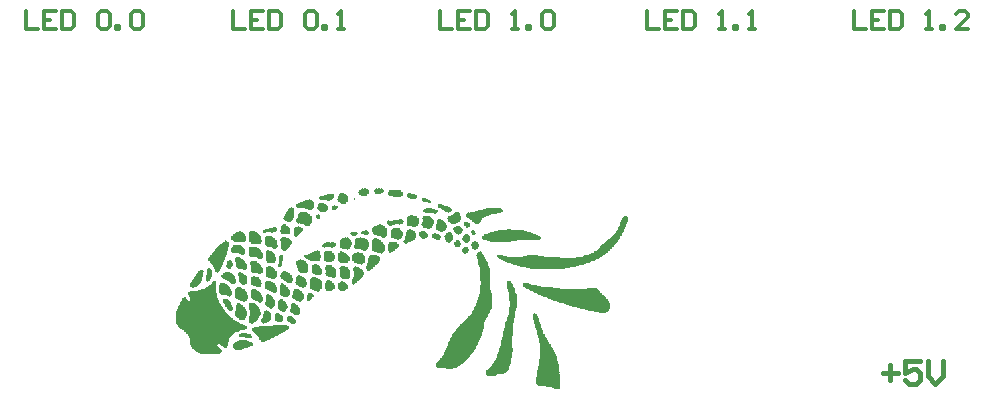
<source format=gto>
G04*
G04 #@! TF.GenerationSoftware,Altium Limited,Altium Designer,23.0.1 (38)*
G04*
G04 Layer_Color=65535*
%FSLAX25Y25*%
%MOIN*%
G70*
G04*
G04 #@! TF.SameCoordinates,4576DBD2-755A-4E65-B73B-460D234F7A32*
G04*
G04*
G04 #@! TF.FilePolarity,Positive*
G04*
G01*
G75*
%ADD10C,0.01400*%
%ADD11C,0.01600*%
G36*
X251159Y177865D02*
X251602D01*
Y177644D01*
X251823D01*
Y177423D01*
Y177201D01*
Y176980D01*
X251602D01*
Y176759D01*
Y176538D01*
X250938D01*
Y176317D01*
X248947D01*
Y176538D01*
X248726D01*
Y176759D01*
X248505D01*
Y176980D01*
Y177201D01*
Y177423D01*
Y177644D01*
X248726D01*
Y177865D01*
X249169D01*
Y178086D01*
X249390D01*
Y177865D01*
X249832D01*
Y178086D01*
X250496D01*
Y177865D01*
X250938D01*
Y178086D01*
X251159D01*
Y177865D01*
D02*
G37*
G36*
X245851D02*
X246515D01*
Y177644D01*
X246736D01*
Y177423D01*
X246957D01*
Y177201D01*
Y176980D01*
X247178D01*
Y176759D01*
X246957D01*
Y176538D01*
Y176317D01*
X246736D01*
Y176096D01*
X246293D01*
Y175874D01*
X246072D01*
Y175653D01*
X244303D01*
Y175874D01*
X243639D01*
Y176096D01*
X243418D01*
Y176317D01*
Y176538D01*
X243197D01*
Y176759D01*
Y176980D01*
X243418D01*
Y177201D01*
Y177423D01*
X243860D01*
Y177644D01*
X244081D01*
Y177865D01*
X244524D01*
Y178086D01*
X244745D01*
Y177865D01*
X245187D01*
Y178086D01*
X245851D01*
Y177865D01*
D02*
G37*
G36*
X256246Y177423D02*
X257352D01*
Y177201D01*
X257573D01*
Y176980D01*
X257795D01*
Y176759D01*
X258016D01*
Y176538D01*
X258237D01*
Y176317D01*
Y176096D01*
Y175874D01*
X258016D01*
Y175653D01*
X257795D01*
Y175432D01*
X257573D01*
Y175211D01*
X254698D01*
Y175432D01*
X253813D01*
Y175653D01*
X253371D01*
Y175874D01*
X253150D01*
Y176096D01*
Y176317D01*
Y176538D01*
Y176759D01*
Y176980D01*
X253371D01*
Y177201D01*
X253592D01*
Y177423D01*
X253813D01*
Y177644D01*
X256246D01*
Y177423D01*
D02*
G37*
G36*
X260891Y176317D02*
X261776D01*
Y176096D01*
X262218D01*
Y175874D01*
X262661D01*
Y175653D01*
Y175432D01*
Y175211D01*
Y174990D01*
Y174768D01*
X262439D01*
Y174547D01*
X260449D01*
Y174768D01*
X260006D01*
Y174990D01*
X259785D01*
Y175211D01*
X259564D01*
Y175432D01*
X259343D01*
Y175653D01*
Y175874D01*
X259564D01*
Y176096D01*
X259785D01*
Y176317D01*
Y176538D01*
X260891D01*
Y176317D01*
D02*
G37*
G36*
X242312Y174768D02*
Y174547D01*
Y174326D01*
Y174105D01*
X241870D01*
Y174326D01*
X241649D01*
Y174547D01*
Y174768D01*
Y174990D01*
X242312D01*
Y174768D01*
D02*
G37*
G36*
X234792Y176096D02*
X235234D01*
Y175874D01*
Y175653D01*
Y175432D01*
Y175211D01*
X235013D01*
Y174990D01*
Y174768D01*
X234792D01*
Y174547D01*
X234571D01*
Y174326D01*
X234128D01*
Y174105D01*
X233907D01*
Y173884D01*
X232801D01*
Y174105D01*
X232359D01*
Y174326D01*
X230590D01*
Y174547D01*
X230147D01*
Y174768D01*
Y174990D01*
Y175211D01*
X230368D01*
Y175432D01*
X230811D01*
Y175653D01*
X231917D01*
Y175874D01*
X232801D01*
Y176096D01*
X233686D01*
Y176317D01*
X234792D01*
Y176096D01*
D02*
G37*
G36*
X265757Y174547D02*
X266421D01*
Y174326D01*
X266863D01*
Y174105D01*
X267305D01*
Y173884D01*
X267526D01*
Y173663D01*
Y173442D01*
Y173220D01*
X266421D01*
Y173442D01*
X265315D01*
Y173663D01*
X264651D01*
Y173884D01*
X264430D01*
Y174105D01*
Y174326D01*
Y174547D01*
Y174768D01*
X265757D01*
Y174547D01*
D02*
G37*
G36*
X238552Y176317D02*
X238994D01*
Y176096D01*
X239216D01*
Y175874D01*
X239437D01*
Y175653D01*
X239658D01*
Y175432D01*
Y175211D01*
X239879D01*
Y174990D01*
Y174768D01*
Y174547D01*
Y174326D01*
Y174105D01*
X239658D01*
Y173884D01*
Y173663D01*
X239437D01*
Y173442D01*
X239216D01*
Y173220D01*
X238994D01*
Y172999D01*
X238773D01*
Y172778D01*
X237889D01*
Y172999D01*
X237446D01*
Y173220D01*
X237004D01*
Y173442D01*
X236561D01*
Y173663D01*
X236340D01*
Y173884D01*
Y174105D01*
X236119D01*
Y174326D01*
Y174547D01*
X236340D01*
Y174768D01*
Y174990D01*
Y175211D01*
X236561D01*
Y175432D01*
Y175653D01*
X236783D01*
Y175874D01*
Y176096D01*
X237004D01*
Y176317D01*
X237225D01*
Y176538D01*
X238552D01*
Y176317D01*
D02*
G37*
G36*
X235456Y172336D02*
X236119D01*
Y172114D01*
X236340D01*
Y171893D01*
Y171672D01*
Y171451D01*
X236119D01*
Y171230D01*
X235898D01*
Y171009D01*
X235456D01*
Y170787D01*
X234792D01*
Y171009D01*
X234350D01*
Y171230D01*
Y171451D01*
Y171672D01*
Y171893D01*
Y172114D01*
X234571D01*
Y172336D01*
X235234D01*
Y172557D01*
X235456D01*
Y172336D01*
D02*
G37*
G36*
X227272Y174326D02*
X227714D01*
Y174105D01*
X227936D01*
Y173884D01*
X228157D01*
Y173663D01*
Y173442D01*
X228378D01*
Y173220D01*
Y172999D01*
Y172778D01*
Y172557D01*
X228599D01*
Y172336D01*
Y172114D01*
X228378D01*
Y171893D01*
Y171672D01*
Y171451D01*
X228157D01*
Y171230D01*
X227936D01*
Y171009D01*
X227714D01*
Y170787D01*
X226830D01*
Y171009D01*
X226387D01*
Y171230D01*
X225502D01*
Y171451D01*
X223070D01*
Y171672D01*
X222848D01*
Y171893D01*
X222627D01*
Y172114D01*
Y172336D01*
Y172557D01*
Y172778D01*
X222848D01*
Y172999D01*
X223070D01*
Y173220D01*
X223733D01*
Y173442D01*
X224176D01*
Y173663D01*
X224839D01*
Y173884D01*
X225502D01*
Y174105D01*
X226166D01*
Y174326D01*
X226830D01*
Y174547D01*
X227272D01*
Y174326D01*
D02*
G37*
G36*
X231917Y172999D02*
X232138D01*
Y172778D01*
X232580D01*
Y172557D01*
X232801D01*
Y172336D01*
Y172114D01*
X233023D01*
Y171893D01*
Y171672D01*
Y171451D01*
Y171230D01*
Y171009D01*
Y170787D01*
X232801D01*
Y170566D01*
X232580D01*
Y170345D01*
X232359D01*
Y170124D01*
X231253D01*
Y170345D01*
X230368D01*
Y170566D01*
X230147D01*
Y170787D01*
X229705D01*
Y171009D01*
Y171230D01*
X229484D01*
Y171451D01*
Y171672D01*
Y171893D01*
X229705D01*
Y172114D01*
Y172336D01*
Y172557D01*
Y172778D01*
X229926D01*
Y172999D01*
X230147D01*
Y173220D01*
X231917D01*
Y172999D01*
D02*
G37*
G36*
X290750Y171230D02*
X291193D01*
Y171009D01*
X291414D01*
Y170787D01*
Y170566D01*
Y170345D01*
X291193D01*
Y170124D01*
X290971D01*
Y169903D01*
X289644D01*
Y169681D01*
X288096D01*
Y169460D01*
X287432D01*
Y169239D01*
X286769D01*
Y169018D01*
X286105D01*
Y168797D01*
X285663D01*
Y168576D01*
X285221D01*
Y168354D01*
X284999D01*
Y168133D01*
X284557D01*
Y167912D01*
X284336D01*
Y167691D01*
X284115D01*
Y167470D01*
Y167248D01*
Y167027D01*
X283894D01*
Y166806D01*
X283672D01*
Y166585D01*
X283451D01*
Y166364D01*
X283230D01*
Y166143D01*
X282566D01*
Y166364D01*
X282124D01*
Y166585D01*
X281903D01*
Y166806D01*
X281461D01*
Y167027D01*
X281239D01*
Y167248D01*
X281018D01*
Y167470D01*
X280576D01*
Y167691D01*
X280355D01*
Y167912D01*
X280134D01*
Y168133D01*
X279691D01*
Y168354D01*
X279470D01*
Y168576D01*
X279249D01*
Y168797D01*
X279028D01*
Y169018D01*
Y169239D01*
X279249D01*
Y169460D01*
Y169681D01*
X279470D01*
Y169903D01*
X279912D01*
Y170124D01*
X280134D01*
Y169903D01*
X280576D01*
Y170124D01*
X281682D01*
Y170345D01*
X282124D01*
Y170566D01*
X283009D01*
Y170787D01*
X283672D01*
Y171009D01*
X284778D01*
Y171230D01*
X285884D01*
Y171451D01*
X290750D01*
Y171230D01*
D02*
G37*
G36*
X271286Y172778D02*
Y172557D01*
X271950D01*
Y172336D01*
X272614D01*
Y172114D01*
X273056D01*
Y171893D01*
X273719D01*
Y171672D01*
X273941D01*
Y171451D01*
X274162D01*
Y171230D01*
X274383D01*
Y171009D01*
Y170787D01*
Y170566D01*
X274162D01*
Y170345D01*
X273941D01*
Y170124D01*
X273498D01*
Y169903D01*
X273056D01*
Y170124D01*
X272614D01*
Y170345D01*
X272171D01*
Y170566D01*
X271729D01*
Y170787D01*
X271508D01*
Y171009D01*
X271286D01*
Y171230D01*
X270844D01*
Y171451D01*
X270402D01*
Y171672D01*
X269959D01*
Y171893D01*
X269738D01*
Y172114D01*
Y172336D01*
Y172557D01*
Y172778D01*
X269959D01*
Y172999D01*
X271286D01*
Y172778D01*
D02*
G37*
G36*
X267969Y171230D02*
X268853D01*
Y171009D01*
X269517D01*
Y170787D01*
X269738D01*
Y170566D01*
Y170345D01*
Y170124D01*
X269517D01*
Y169903D01*
X269075D01*
Y169681D01*
X268632D01*
Y169903D01*
X265536D01*
Y170124D01*
X264872D01*
Y170345D01*
X264651D01*
Y170566D01*
Y170787D01*
X264872D01*
Y171009D01*
X265093D01*
Y171230D01*
X265757D01*
Y171451D01*
X267969D01*
Y171230D01*
D02*
G37*
G36*
X230147Y169239D02*
X230590D01*
Y169018D01*
Y168797D01*
Y168576D01*
Y168354D01*
Y168133D01*
X230368D01*
Y167912D01*
X229484D01*
Y168133D01*
X229041D01*
Y168354D01*
Y168576D01*
Y168797D01*
Y169018D01*
X229263D01*
Y169239D01*
X229705D01*
Y169460D01*
X230147D01*
Y169239D01*
D02*
G37*
G36*
X257795Y167691D02*
X258016D01*
Y167470D01*
X258237D01*
Y167248D01*
X258458D01*
Y167027D01*
Y166806D01*
X258237D01*
Y166585D01*
X258016D01*
Y166364D01*
X257795D01*
Y166143D01*
X257131D01*
Y165921D01*
X256689D01*
Y166143D01*
X255362D01*
Y165921D01*
X254477D01*
Y165700D01*
X253592D01*
Y165921D01*
X253150D01*
Y166143D01*
X252929D01*
Y166364D01*
X252708D01*
Y166585D01*
Y166806D01*
Y167027D01*
Y167248D01*
X253150D01*
Y167470D01*
X253371D01*
Y167248D01*
X254919D01*
Y167470D01*
X256025D01*
Y167691D01*
X256910D01*
Y167912D01*
X257795D01*
Y167691D01*
D02*
G37*
G36*
X221079Y171672D02*
X221521D01*
Y171451D01*
X221743D01*
Y171230D01*
Y171009D01*
X221964D01*
Y170787D01*
Y170566D01*
Y170345D01*
Y170124D01*
Y169903D01*
Y169681D01*
Y169460D01*
Y169239D01*
Y169018D01*
Y168797D01*
X221743D01*
Y168576D01*
Y168354D01*
Y168133D01*
X221521D01*
Y167912D01*
Y167691D01*
X221300D01*
Y167470D01*
X221079D01*
Y167248D01*
X220858D01*
Y167027D01*
X220415D01*
Y166806D01*
X219973D01*
Y167027D01*
X219531D01*
Y167248D01*
X218867D01*
Y167470D01*
X218425D01*
Y167691D01*
Y167912D01*
X218204D01*
Y168133D01*
Y168354D01*
X218425D01*
Y168576D01*
Y168797D01*
X218646D01*
Y169018D01*
X218867D01*
Y169239D01*
Y169460D01*
X219088D01*
Y169681D01*
Y169903D01*
X219309D01*
Y170124D01*
Y170345D01*
X219531D01*
Y170566D01*
X219752D01*
Y170787D01*
Y171009D01*
X219973D01*
Y171230D01*
X220194D01*
Y171451D01*
X220415D01*
Y171672D01*
X220858D01*
Y171893D01*
X221079D01*
Y171672D01*
D02*
G37*
G36*
X276374Y170124D02*
X276816D01*
Y169903D01*
X277037D01*
Y169681D01*
Y169460D01*
X277258D01*
Y169239D01*
Y169018D01*
X277479D01*
Y168797D01*
Y168576D01*
Y168354D01*
Y168133D01*
Y167912D01*
Y167691D01*
X277258D01*
Y167470D01*
Y167248D01*
X277037D01*
Y167027D01*
X276595D01*
Y166806D01*
X276374D01*
Y166585D01*
X275931D01*
Y166364D01*
X274162D01*
Y166585D01*
X273719D01*
Y166806D01*
X273498D01*
Y167027D01*
X273277D01*
Y167248D01*
Y167470D01*
X273056D01*
Y167691D01*
Y167912D01*
X272835D01*
Y168133D01*
X273056D01*
Y168354D01*
Y168576D01*
X273277D01*
Y168797D01*
X273719D01*
Y169018D01*
X274162D01*
Y169239D01*
X274825D01*
Y169460D01*
X275046D01*
Y169681D01*
X275268D01*
Y169903D01*
X275489D01*
Y170124D01*
X275931D01*
Y170345D01*
X276374D01*
Y170124D01*
D02*
G37*
G36*
X225281D02*
X226166D01*
Y169903D01*
X226608D01*
Y169681D01*
X226830D01*
Y169460D01*
X227272D01*
Y169239D01*
Y169018D01*
X227493D01*
Y168797D01*
X227714D01*
Y168576D01*
Y168354D01*
Y168133D01*
X227936D01*
Y167912D01*
Y167691D01*
Y167470D01*
Y167248D01*
Y167027D01*
X227714D01*
Y166806D01*
Y166585D01*
X227493D01*
Y166364D01*
Y166143D01*
X227272D01*
Y165921D01*
X227051D01*
Y165700D01*
X226608D01*
Y165479D01*
X225945D01*
Y165700D01*
X225502D01*
Y165921D01*
X225060D01*
Y166143D01*
X224618D01*
Y166364D01*
X223733D01*
Y166585D01*
X223512D01*
Y166364D01*
X223291D01*
Y166585D01*
X222848D01*
Y166806D01*
X222627D01*
Y167027D01*
Y167248D01*
X222406D01*
Y167470D01*
Y167691D01*
X222627D01*
Y167912D01*
X222848D01*
Y168133D01*
Y168354D01*
X223070D01*
Y168576D01*
Y168797D01*
Y169018D01*
Y169239D01*
X223291D01*
Y169460D01*
Y169681D01*
X223512D01*
Y169903D01*
X223733D01*
Y170124D01*
X224176D01*
Y170345D01*
X225281D01*
Y170124D01*
D02*
G37*
G36*
X261333Y169018D02*
X262218D01*
Y168797D01*
X262661D01*
Y168576D01*
X262882D01*
Y168354D01*
X263103D01*
Y168133D01*
X263324D01*
Y167912D01*
Y167691D01*
X263545D01*
Y167470D01*
Y167248D01*
Y167027D01*
Y166806D01*
X263324D01*
Y166585D01*
Y166364D01*
Y166143D01*
X263103D01*
Y165921D01*
Y165700D01*
X262882D01*
Y165479D01*
X262439D01*
Y165258D01*
X261112D01*
Y165479D01*
X260006D01*
Y165700D01*
X259564D01*
Y165921D01*
X259343D01*
Y166143D01*
Y166364D01*
Y166585D01*
Y166806D01*
Y167027D01*
Y167248D01*
Y167470D01*
Y167691D01*
Y167912D01*
Y168133D01*
X259564D01*
Y168354D01*
Y168576D01*
X259785D01*
Y168797D01*
X260006D01*
Y169018D01*
X260449D01*
Y169239D01*
X261333D01*
Y169018D01*
D02*
G37*
G36*
X279691Y166806D02*
X279912D01*
Y166585D01*
X280355D01*
Y166364D01*
X280576D01*
Y166143D01*
Y165921D01*
Y165700D01*
Y165479D01*
X280355D01*
Y165258D01*
X279912D01*
Y165037D01*
X279249D01*
Y165258D01*
X279028D01*
Y165479D01*
X278585D01*
Y165700D01*
X278364D01*
Y165921D01*
Y166143D01*
Y166364D01*
Y166585D01*
Y166806D01*
X278585D01*
Y167027D01*
X279691D01*
Y166806D01*
D02*
G37*
G36*
X266642Y168797D02*
X267084D01*
Y168576D01*
X267526D01*
Y168354D01*
X267748D01*
Y168133D01*
X267969D01*
Y167912D01*
X268190D01*
Y167691D01*
Y167470D01*
X268411D01*
Y167248D01*
Y167027D01*
Y166806D01*
Y166585D01*
Y166364D01*
Y166143D01*
X268190D01*
Y165921D01*
Y165700D01*
X267969D01*
Y165479D01*
X267748D01*
Y165258D01*
Y165037D01*
X267526D01*
Y164815D01*
X267305D01*
Y164594D01*
X266199D01*
Y164815D01*
X265757D01*
Y165037D01*
X264872D01*
Y165258D01*
X264651D01*
Y165479D01*
X264430D01*
Y165700D01*
Y165921D01*
X264209D01*
Y166143D01*
X264430D01*
Y166364D01*
Y166585D01*
Y166806D01*
Y167027D01*
X264651D01*
Y167248D01*
Y167470D01*
Y167691D01*
Y167912D01*
X264430D01*
Y168133D01*
Y168354D01*
X264651D01*
Y168576D01*
X264872D01*
Y168797D01*
X265093D01*
Y169018D01*
X266642D01*
Y168797D01*
D02*
G37*
G36*
X270844Y167691D02*
X271065D01*
Y167470D01*
X271508D01*
Y167248D01*
X271950D01*
Y167027D01*
X272171D01*
Y166806D01*
Y166585D01*
X272392D01*
Y166364D01*
X272614D01*
Y166143D01*
Y165921D01*
X272835D01*
Y165700D01*
Y165479D01*
Y165258D01*
Y165037D01*
X272614D01*
Y164815D01*
Y164594D01*
X272392D01*
Y164373D01*
Y164152D01*
X272171D01*
Y163931D01*
X271508D01*
Y163710D01*
X270623D01*
Y163931D01*
X269959D01*
Y164152D01*
X269517D01*
Y164373D01*
X269296D01*
Y164594D01*
Y164815D01*
X269075D01*
Y165037D01*
Y165258D01*
Y165479D01*
X269296D01*
Y165700D01*
Y165921D01*
Y166143D01*
X269517D01*
Y166364D01*
Y166585D01*
Y166806D01*
Y167027D01*
Y167248D01*
Y167470D01*
X269738D01*
Y167691D01*
X269959D01*
Y167912D01*
X270844D01*
Y167691D01*
D02*
G37*
G36*
X215771Y165037D02*
X215992D01*
Y164815D01*
Y164594D01*
Y164373D01*
Y164152D01*
Y163931D01*
X215771D01*
Y163710D01*
X215328D01*
Y163488D01*
X214886D01*
Y163267D01*
X214222D01*
Y163488D01*
X212453D01*
Y163267D01*
X211568D01*
Y163488D01*
X211347D01*
Y163710D01*
Y163931D01*
Y164152D01*
Y164373D01*
X212011D01*
Y164594D01*
X213559D01*
Y164815D01*
X214665D01*
Y165037D01*
X214886D01*
Y165258D01*
X215771D01*
Y165037D01*
D02*
G37*
G36*
X219088Y165921D02*
X219309D01*
Y165700D01*
X219531D01*
Y165479D01*
X219752D01*
Y165258D01*
X220194D01*
Y165037D01*
Y164815D01*
X220415D01*
Y164594D01*
Y164373D01*
X220637D01*
Y164152D01*
Y163931D01*
Y163710D01*
Y163488D01*
Y163267D01*
X220415D01*
Y163046D01*
X219973D01*
Y162825D01*
X219752D01*
Y163046D01*
X217540D01*
Y163267D01*
X217319D01*
Y163488D01*
Y163710D01*
X217098D01*
Y163931D01*
Y164152D01*
X217319D01*
Y164373D01*
Y164594D01*
Y164815D01*
X217540D01*
Y165037D01*
Y165258D01*
Y165479D01*
Y165700D01*
X217761D01*
Y165921D01*
X217983D01*
Y166143D01*
X219088D01*
Y165921D01*
D02*
G37*
G36*
X281903Y163931D02*
X282124D01*
Y163710D01*
Y163488D01*
Y163267D01*
X282345D01*
Y163046D01*
Y162825D01*
X282124D01*
Y162604D01*
X281239D01*
Y162825D01*
X281018D01*
Y163046D01*
Y163267D01*
X280797D01*
Y163488D01*
Y163710D01*
Y163931D01*
X281018D01*
Y164152D01*
X281903D01*
Y163931D01*
D02*
G37*
G36*
X277037Y165258D02*
X277479D01*
Y165037D01*
X277701D01*
Y164815D01*
X277922D01*
Y164594D01*
X278143D01*
Y164373D01*
Y164152D01*
Y163931D01*
X277922D01*
Y163710D01*
Y163488D01*
X277701D01*
Y163267D01*
X277479D01*
Y163046D01*
X277258D01*
Y162825D01*
X276816D01*
Y162604D01*
X276374D01*
Y162825D01*
X275931D01*
Y163046D01*
X275710D01*
Y163267D01*
X275489D01*
Y163488D01*
X275268D01*
Y163710D01*
Y163931D01*
X275046D01*
Y164152D01*
X274825D01*
Y164373D01*
Y164594D01*
Y164815D01*
X275046D01*
Y165037D01*
X275268D01*
Y165258D01*
X275710D01*
Y165479D01*
X277037D01*
Y165258D01*
D02*
G37*
G36*
X246293Y163931D02*
X246515D01*
Y163710D01*
X246736D01*
Y163488D01*
Y163267D01*
Y163046D01*
X246515D01*
Y162825D01*
Y162604D01*
X245187D01*
Y162825D01*
X244303D01*
Y163046D01*
Y163267D01*
Y163488D01*
Y163710D01*
X244524D01*
Y163931D01*
X245409D01*
Y164152D01*
X246293D01*
Y163931D01*
D02*
G37*
G36*
X242312Y163488D02*
X242976D01*
Y163267D01*
X243197D01*
Y163046D01*
Y162825D01*
X242976D01*
Y162604D01*
X242533D01*
Y162382D01*
X241427D01*
Y162161D01*
X241206D01*
Y162382D01*
X240985D01*
Y162604D01*
X240764D01*
Y162825D01*
X240543D01*
Y163046D01*
Y163267D01*
X240764D01*
Y163488D01*
X240985D01*
Y163710D01*
X242312D01*
Y163488D01*
D02*
G37*
G36*
X223512Y165258D02*
X224176D01*
Y165037D01*
X224618D01*
Y164815D01*
X224839D01*
Y164594D01*
Y164373D01*
Y164152D01*
Y163931D01*
X224618D01*
Y163710D01*
X224397D01*
Y163488D01*
X224176D01*
Y163267D01*
X223954D01*
Y163046D01*
X223733D01*
Y162825D01*
X223512D01*
Y162604D01*
X223291D01*
Y162382D01*
Y162161D01*
X222848D01*
Y161940D01*
X222185D01*
Y162161D01*
X221964D01*
Y162382D01*
Y162604D01*
X221743D01*
Y162825D01*
X221964D01*
Y163046D01*
Y163267D01*
Y163488D01*
X221743D01*
Y163710D01*
Y163931D01*
Y164152D01*
Y164373D01*
Y164594D01*
Y164815D01*
X221964D01*
Y165037D01*
X222185D01*
Y165258D01*
X223070D01*
Y165479D01*
X223512D01*
Y165258D01*
D02*
G37*
G36*
X250938Y165921D02*
X251602D01*
Y165700D01*
X251823D01*
Y165479D01*
X252265D01*
Y165258D01*
Y165037D01*
X252486D01*
Y164815D01*
X252708D01*
Y164594D01*
X252929D01*
Y164373D01*
Y164152D01*
Y163931D01*
Y163710D01*
Y163488D01*
Y163267D01*
Y163046D01*
Y162825D01*
Y162604D01*
X252708D01*
Y162382D01*
Y162161D01*
X252486D01*
Y161940D01*
X252265D01*
Y161719D01*
X251159D01*
Y161940D01*
X250938D01*
Y162161D01*
X250274D01*
Y162382D01*
X250053D01*
Y162161D01*
X249832D01*
Y162382D01*
X249611D01*
Y162604D01*
X248505D01*
Y162825D01*
X248284D01*
Y163046D01*
X248063D01*
Y163267D01*
Y163488D01*
Y163710D01*
X247842D01*
Y163931D01*
Y164152D01*
Y164373D01*
Y164594D01*
Y164815D01*
X248063D01*
Y165037D01*
X248284D01*
Y165258D01*
X248505D01*
Y165479D01*
X248947D01*
Y165700D01*
X249390D01*
Y165921D01*
X250053D01*
Y166143D01*
X250938D01*
Y165921D01*
D02*
G37*
G36*
X239658Y161719D02*
X239879D01*
Y161498D01*
X240100D01*
Y161277D01*
X240543D01*
Y161056D01*
X240764D01*
Y160834D01*
Y160613D01*
Y160392D01*
X240985D01*
Y160171D01*
Y159950D01*
Y159728D01*
Y159507D01*
Y159286D01*
X240764D01*
Y159065D01*
Y158844D01*
Y158623D01*
Y158401D01*
X240543D01*
Y158180D01*
X240321D01*
Y157959D01*
X240100D01*
Y157738D01*
X239658D01*
Y157517D01*
X239437D01*
Y157738D01*
X238773D01*
Y157959D01*
X237667D01*
Y158180D01*
X237225D01*
Y158401D01*
Y158623D01*
X237004D01*
Y158844D01*
Y159065D01*
Y159286D01*
Y159507D01*
Y159728D01*
Y159950D01*
Y160171D01*
Y160392D01*
X237225D01*
Y160613D01*
Y160834D01*
Y161056D01*
X237446D01*
Y161277D01*
X237667D01*
Y161498D01*
X238110D01*
Y161719D01*
X238773D01*
Y161940D01*
X238994D01*
Y161719D01*
X239437D01*
Y161940D01*
X239658D01*
Y161719D01*
D02*
G37*
G36*
X265536Y163710D02*
X265757D01*
Y163488D01*
X265978D01*
Y163267D01*
X266199D01*
Y163046D01*
X266421D01*
Y162825D01*
X266642D01*
Y162604D01*
Y162382D01*
Y162161D01*
X266421D01*
Y161940D01*
X266199D01*
Y161719D01*
X265978D01*
Y161498D01*
X265536D01*
Y161277D01*
X264430D01*
Y161498D01*
X264209D01*
Y161719D01*
X263988D01*
Y161940D01*
X263766D01*
Y162161D01*
X263545D01*
Y162382D01*
Y162604D01*
Y162825D01*
Y163046D01*
Y163267D01*
Y163488D01*
X263766D01*
Y163710D01*
X263988D01*
Y163931D01*
X265536D01*
Y163710D01*
D02*
G37*
G36*
X269296Y163046D02*
X269738D01*
Y162825D01*
X270181D01*
Y162604D01*
X270402D01*
Y162382D01*
X270623D01*
Y162161D01*
X270844D01*
Y161940D01*
Y161719D01*
Y161498D01*
X270623D01*
Y161277D01*
X270402D01*
Y161056D01*
X269296D01*
Y161277D01*
X268411D01*
Y161498D01*
X268190D01*
Y161719D01*
X267969D01*
Y161940D01*
X267748D01*
Y162161D01*
Y162382D01*
Y162604D01*
Y162825D01*
X267969D01*
Y163046D01*
X268411D01*
Y163267D01*
X269296D01*
Y163046D01*
D02*
G37*
G36*
X256468Y164815D02*
X257131D01*
Y164594D01*
Y164373D01*
X257573D01*
Y164152D01*
Y163931D01*
X257795D01*
Y163710D01*
X258016D01*
Y163488D01*
Y163267D01*
Y163046D01*
Y162825D01*
Y162604D01*
Y162382D01*
X257795D01*
Y162161D01*
Y161940D01*
Y161719D01*
X257573D01*
Y161498D01*
X257352D01*
Y161277D01*
X256910D01*
Y161056D01*
X256246D01*
Y161277D01*
X255140D01*
Y161498D01*
X254477D01*
Y161719D01*
X254256D01*
Y161940D01*
X254034D01*
Y162161D01*
Y162382D01*
Y162604D01*
Y162825D01*
Y163046D01*
Y163267D01*
Y163488D01*
Y163710D01*
Y163931D01*
X254256D01*
Y164152D01*
Y164373D01*
X254477D01*
Y164594D01*
X254698D01*
Y164815D01*
X255140D01*
Y165037D01*
X256468D01*
Y164815D01*
D02*
G37*
G36*
X294289Y164373D02*
X297386D01*
Y164152D01*
X298491D01*
Y163931D01*
X299597D01*
Y163710D01*
X300261D01*
Y163488D01*
X300924D01*
Y163267D01*
X301588D01*
Y163046D01*
X302030D01*
Y162825D01*
X302473D01*
Y162604D01*
X303136D01*
Y162382D01*
X303357D01*
Y162161D01*
X303800D01*
Y161940D01*
X304021D01*
Y161719D01*
Y161498D01*
Y161277D01*
X303800D01*
Y161056D01*
X303357D01*
Y160834D01*
X302473D01*
Y161056D01*
X299597D01*
Y160834D01*
X296058D01*
Y160613D01*
X294289D01*
Y160392D01*
X292077D01*
Y160171D01*
X288981D01*
Y160392D01*
X286990D01*
Y160613D01*
X286105D01*
Y160834D01*
X285221D01*
Y161056D01*
X284778D01*
Y161277D01*
X284557D01*
Y161498D01*
Y161719D01*
Y161940D01*
Y162161D01*
X284778D01*
Y162382D01*
X284999D01*
Y162604D01*
X285221D01*
Y162825D01*
X285663D01*
Y163046D01*
X286548D01*
Y163267D01*
X286990D01*
Y163488D01*
X287654D01*
Y163710D01*
X288538D01*
Y163931D01*
X289865D01*
Y164152D01*
X291193D01*
Y164373D01*
X292741D01*
Y164594D01*
X294289D01*
Y164373D01*
D02*
G37*
G36*
X279691Y162825D02*
X279912D01*
Y162604D01*
X280134D01*
Y162382D01*
X280355D01*
Y162161D01*
Y161940D01*
Y161719D01*
Y161498D01*
Y161277D01*
Y161056D01*
Y160834D01*
Y160613D01*
X280134D01*
Y160392D01*
X279912D01*
Y160171D01*
X279691D01*
Y159950D01*
X278806D01*
Y160171D01*
X278585D01*
Y160392D01*
X278364D01*
Y160613D01*
X278143D01*
Y160834D01*
Y161056D01*
X277922D01*
Y161277D01*
Y161498D01*
Y161719D01*
X278143D01*
Y161940D01*
Y162161D01*
X278364D01*
Y162382D01*
X278585D01*
Y162604D01*
X278806D01*
Y162825D01*
X279028D01*
Y163046D01*
X279691D01*
Y162825D01*
D02*
G37*
G36*
X274162Y163267D02*
X274383D01*
Y163046D01*
X274604D01*
Y162825D01*
Y162604D01*
X274825D01*
Y162382D01*
Y162161D01*
Y161940D01*
Y161719D01*
Y161498D01*
Y161277D01*
Y161056D01*
X274383D01*
Y160834D01*
Y160613D01*
X274162D01*
Y160392D01*
X273941D01*
Y160171D01*
X273719D01*
Y159950D01*
X273277D01*
Y160171D01*
X272614D01*
Y160392D01*
X272392D01*
Y160613D01*
Y160834D01*
X272171D01*
Y161056D01*
Y161277D01*
Y161498D01*
Y161719D01*
Y161940D01*
X271950D01*
Y162161D01*
X272171D01*
Y162382D01*
Y162604D01*
X272392D01*
Y162825D01*
Y163046D01*
X272614D01*
Y163267D01*
X273056D01*
Y163488D01*
X274162D01*
Y163267D01*
D02*
G37*
G36*
X235234Y159950D02*
X235677D01*
Y159728D01*
Y159507D01*
X235898D01*
Y159286D01*
X235677D01*
Y159065D01*
Y158844D01*
X235456D01*
Y158623D01*
X235234D01*
Y158401D01*
X234792D01*
Y158180D01*
X234128D01*
Y158401D01*
X232138D01*
Y158180D01*
X231696D01*
Y158401D01*
X231253D01*
Y158623D01*
Y158844D01*
Y159065D01*
Y159286D01*
X231474D01*
Y159507D01*
X231696D01*
Y159728D01*
X231917D01*
Y159950D01*
X232359D01*
Y160171D01*
X233907D01*
Y159950D01*
X234128D01*
Y160171D01*
X235234D01*
Y159950D01*
D02*
G37*
G36*
X204269Y163710D02*
X204712D01*
Y163488D01*
X204933D01*
Y163267D01*
X205154D01*
Y163046D01*
X205375D01*
Y162825D01*
X205596D01*
Y162604D01*
Y162382D01*
X205818D01*
Y162161D01*
Y161940D01*
Y161719D01*
Y161498D01*
Y161277D01*
Y161056D01*
Y160834D01*
Y160613D01*
X205596D01*
Y160392D01*
X205375D01*
Y160171D01*
X204933D01*
Y159950D01*
X204712D01*
Y160171D01*
X204048D01*
Y160392D01*
X201836D01*
Y160613D01*
X201394D01*
Y160834D01*
X201173D01*
Y161056D01*
X200952D01*
Y161277D01*
Y161498D01*
Y161719D01*
Y161940D01*
Y162161D01*
X201173D01*
Y162382D01*
X201394D01*
Y162604D01*
X201615D01*
Y162825D01*
X201836D01*
Y163046D01*
X202058D01*
Y163267D01*
X202500D01*
Y163488D01*
X202942D01*
Y163710D01*
X203606D01*
Y163931D01*
X204269D01*
Y163710D01*
D02*
G37*
G36*
X260670Y164373D02*
X261333D01*
Y164152D01*
X261555D01*
Y163931D01*
X261997D01*
Y163710D01*
Y163488D01*
X262218D01*
Y163267D01*
X262439D01*
Y163046D01*
Y162825D01*
Y162604D01*
Y162382D01*
Y162161D01*
Y161940D01*
Y161719D01*
Y161498D01*
X262218D01*
Y161277D01*
X261997D01*
Y161056D01*
Y160834D01*
X261555D01*
Y160613D01*
X260891D01*
Y160392D01*
X260227D01*
Y160171D01*
X259785D01*
Y159950D01*
X259343D01*
Y159728D01*
X258679D01*
Y159950D01*
X258458D01*
Y160171D01*
X258237D01*
Y160392D01*
Y160613D01*
X258458D01*
Y160834D01*
Y161056D01*
X258679D01*
Y161277D01*
Y161498D01*
X258900D01*
Y161719D01*
Y161940D01*
Y162161D01*
X259122D01*
Y162382D01*
Y162604D01*
Y162825D01*
Y163046D01*
Y163267D01*
Y163488D01*
Y163710D01*
X259343D01*
Y163931D01*
Y164152D01*
X259564D01*
Y164373D01*
X260006D01*
Y164594D01*
X260670D01*
Y164373D01*
D02*
G37*
G36*
X208914Y163710D02*
X209135D01*
Y163488D01*
X209578D01*
Y163267D01*
X209799D01*
Y163046D01*
X210020D01*
Y162825D01*
X210241D01*
Y162604D01*
X210462D01*
Y162382D01*
Y162161D01*
X210684D01*
Y161940D01*
Y161719D01*
X210905D01*
Y161498D01*
Y161277D01*
Y161056D01*
Y160834D01*
X211126D01*
Y160613D01*
Y160392D01*
Y160171D01*
X210905D01*
Y159950D01*
Y159728D01*
X210462D01*
Y159507D01*
X210241D01*
Y159286D01*
X210020D01*
Y159507D01*
X209135D01*
Y159728D01*
X207587D01*
Y159950D01*
X207366D01*
Y160171D01*
X207145D01*
Y160392D01*
X206924D01*
Y160613D01*
Y160834D01*
Y161056D01*
Y161277D01*
Y161498D01*
Y161719D01*
Y161940D01*
Y162161D01*
Y162382D01*
Y162604D01*
X206702D01*
Y162825D01*
Y163046D01*
Y163267D01*
Y163488D01*
X206924D01*
Y163710D01*
X207145D01*
Y163931D01*
X208914D01*
Y163710D01*
D02*
G37*
G36*
X276816Y160613D02*
X277037D01*
Y160392D01*
X277258D01*
Y160171D01*
Y159950D01*
X277479D01*
Y159728D01*
Y159507D01*
Y159286D01*
Y159065D01*
X277258D01*
Y158844D01*
X277037D01*
Y158623D01*
X276816D01*
Y158401D01*
X275931D01*
Y158623D01*
X275489D01*
Y158844D01*
Y159065D01*
X275268D01*
Y159286D01*
Y159507D01*
X275046D01*
Y159728D01*
X275268D01*
Y159950D01*
Y160171D01*
X275489D01*
Y160392D01*
X275710D01*
Y160613D01*
X275931D01*
Y160834D01*
X276816D01*
Y160613D01*
D02*
G37*
G36*
X214001Y162161D02*
X214444D01*
Y161940D01*
X214886D01*
Y161719D01*
X215107D01*
Y161498D01*
X215328D01*
Y161277D01*
X215549D01*
Y161056D01*
X215771D01*
Y160834D01*
X215992D01*
Y160613D01*
Y160392D01*
X216213D01*
Y160171D01*
Y159950D01*
Y159728D01*
Y159507D01*
Y159286D01*
Y159065D01*
X216434D01*
Y158844D01*
Y158623D01*
X216213D01*
Y158401D01*
Y158180D01*
X215771D01*
Y157959D01*
X214886D01*
Y158180D01*
X214444D01*
Y158401D01*
X213780D01*
Y158623D01*
X212674D01*
Y158844D01*
X212453D01*
Y159065D01*
X212232D01*
Y159286D01*
X212011D01*
Y159507D01*
Y159728D01*
Y159950D01*
Y160171D01*
Y160392D01*
X212232D01*
Y160613D01*
Y160834D01*
Y161056D01*
X212011D01*
Y161277D01*
Y161498D01*
X212232D01*
Y161719D01*
Y161940D01*
X212453D01*
Y162161D01*
X212895D01*
Y162382D01*
X214001D01*
Y162161D01*
D02*
G37*
G36*
X282345Y160392D02*
X282566D01*
Y160171D01*
X283009D01*
Y159950D01*
Y159728D01*
X283230D01*
Y159507D01*
X283451D01*
Y159286D01*
Y159065D01*
Y158844D01*
Y158623D01*
X283230D01*
Y158401D01*
Y158180D01*
X283009D01*
Y157959D01*
X282788D01*
Y157738D01*
X282345D01*
Y157517D01*
X281903D01*
Y157738D01*
X281461D01*
Y157959D01*
X281239D01*
Y158180D01*
X281018D01*
Y158401D01*
Y158623D01*
Y158844D01*
X280797D01*
Y159065D01*
Y159286D01*
Y159507D01*
Y159728D01*
X281018D01*
Y159950D01*
Y160171D01*
X281461D01*
Y160392D01*
X281682D01*
Y160613D01*
X282345D01*
Y160392D01*
D02*
G37*
G36*
X244303Y161719D02*
X245187D01*
Y161498D01*
X245630D01*
Y161277D01*
X246072D01*
Y161056D01*
X246293D01*
Y160834D01*
X246515D01*
Y160613D01*
Y160392D01*
X246736D01*
Y160171D01*
Y159950D01*
Y159728D01*
Y159507D01*
X246957D01*
Y159286D01*
X246736D01*
Y159065D01*
Y158844D01*
Y158623D01*
Y158401D01*
X246515D01*
Y158180D01*
Y157959D01*
Y157738D01*
X246072D01*
Y157517D01*
X245851D01*
Y157296D01*
X244745D01*
Y157517D01*
X244081D01*
Y157738D01*
X242312D01*
Y157959D01*
X242091D01*
Y158180D01*
X241870D01*
Y158401D01*
Y158623D01*
Y158844D01*
Y159065D01*
Y159286D01*
X242091D01*
Y159507D01*
Y159728D01*
Y159950D01*
Y160171D01*
Y160392D01*
Y160613D01*
Y160834D01*
X242312D01*
Y161056D01*
Y161277D01*
X242533D01*
Y161498D01*
X242976D01*
Y161719D01*
X243860D01*
Y161940D01*
X244303D01*
Y161719D01*
D02*
G37*
G36*
X219309D02*
X219752D01*
Y161498D01*
X220194D01*
Y161277D01*
X220415D01*
Y161056D01*
X220637D01*
Y160834D01*
X220858D01*
Y160613D01*
X221079D01*
Y160392D01*
Y160171D01*
Y159950D01*
Y159728D01*
X220858D01*
Y159507D01*
Y159286D01*
X220637D01*
Y159065D01*
X220415D01*
Y158844D01*
Y158623D01*
X220194D01*
Y158401D01*
Y158180D01*
X219973D01*
Y157959D01*
X219752D01*
Y157738D01*
X219531D01*
Y157517D01*
X219088D01*
Y157296D01*
X217983D01*
Y157517D01*
X217761D01*
Y157738D01*
X217540D01*
Y157959D01*
Y158180D01*
X217319D01*
Y158401D01*
Y158623D01*
X217540D01*
Y158844D01*
X217319D01*
Y159065D01*
X217540D01*
Y159286D01*
Y159507D01*
Y159728D01*
X217319D01*
Y159950D01*
Y160171D01*
Y160392D01*
Y160613D01*
X217098D01*
Y160834D01*
Y161056D01*
Y161277D01*
X217319D01*
Y161498D01*
X217540D01*
Y161719D01*
X217761D01*
Y161940D01*
X219309D01*
Y161719D01*
D02*
G37*
G36*
X255583Y160171D02*
X256025D01*
Y159950D01*
X256246D01*
Y159728D01*
X256468D01*
Y159507D01*
X256689D01*
Y159286D01*
X256910D01*
Y159065D01*
Y158844D01*
X256689D01*
Y158623D01*
Y158401D01*
X256468D01*
Y158180D01*
X256246D01*
Y157959D01*
X255804D01*
Y157738D01*
X255583D01*
Y157517D01*
X255362D01*
Y157296D01*
X254919D01*
Y157074D01*
X254698D01*
Y156853D01*
X254256D01*
Y156632D01*
X253592D01*
Y156853D01*
X253371D01*
Y157074D01*
X253150D01*
Y157296D01*
Y157517D01*
Y157738D01*
Y157959D01*
Y158180D01*
Y158401D01*
Y158623D01*
Y158844D01*
Y159065D01*
Y159286D01*
Y159507D01*
Y159728D01*
X253371D01*
Y159950D01*
Y160171D01*
X253813D01*
Y160392D01*
X255583D01*
Y160171D01*
D02*
G37*
G36*
X279470Y158401D02*
X279691D01*
Y158180D01*
X279912D01*
Y157959D01*
X280134D01*
Y157738D01*
Y157517D01*
Y157296D01*
Y157074D01*
X279912D01*
Y156853D01*
Y156632D01*
X279470D01*
Y156411D01*
X279249D01*
Y156190D01*
X278585D01*
Y156411D01*
X278143D01*
Y156632D01*
Y156853D01*
X277922D01*
Y157074D01*
Y157296D01*
X277701D01*
Y157517D01*
X277922D01*
Y157738D01*
Y157959D01*
X278143D01*
Y158180D01*
X278364D01*
Y158401D01*
X278806D01*
Y158623D01*
X279470D01*
Y158401D01*
D02*
G37*
G36*
X249611Y161277D02*
X250053D01*
Y161056D01*
X250496D01*
Y160834D01*
X250938D01*
Y160613D01*
Y160392D01*
X251159D01*
Y160171D01*
X251380D01*
Y159950D01*
X251602D01*
Y159728D01*
X251823D01*
Y159507D01*
Y159286D01*
X252044D01*
Y159065D01*
Y158844D01*
Y158623D01*
X252265D01*
Y158401D01*
Y158180D01*
Y157959D01*
X252044D01*
Y157738D01*
Y157517D01*
Y157296D01*
Y157074D01*
X251823D01*
Y156853D01*
X251602D01*
Y156632D01*
X251380D01*
Y156411D01*
X251159D01*
Y156190D01*
X250938D01*
Y156411D01*
X250274D01*
Y156632D01*
X249390D01*
Y156853D01*
X248505D01*
Y157074D01*
X248284D01*
Y157296D01*
X247842D01*
Y157517D01*
Y157738D01*
X247620D01*
Y157959D01*
X247842D01*
Y158180D01*
Y158401D01*
Y158623D01*
Y158844D01*
Y159065D01*
Y159286D01*
Y159507D01*
Y159728D01*
Y159950D01*
Y160171D01*
Y160392D01*
Y160613D01*
Y160834D01*
X248063D01*
Y161056D01*
Y161277D01*
X248505D01*
Y161498D01*
X249611D01*
Y161277D01*
D02*
G37*
G36*
X203827Y159065D02*
X204269D01*
Y158844D01*
X204491D01*
Y158623D01*
X204712D01*
Y158401D01*
X204933D01*
Y158180D01*
X205154D01*
Y157959D01*
Y157738D01*
X205375D01*
Y157517D01*
Y157296D01*
Y157074D01*
X205596D01*
Y156853D01*
Y156632D01*
X205375D01*
Y156411D01*
Y156190D01*
X205154D01*
Y155968D01*
X204269D01*
Y156190D01*
X203606D01*
Y156411D01*
X201394D01*
Y156632D01*
X201173D01*
Y156853D01*
X200952D01*
Y157074D01*
Y157296D01*
Y157517D01*
Y157738D01*
Y157959D01*
Y158180D01*
X201173D01*
Y158401D01*
Y158623D01*
X201394D01*
Y158844D01*
X201615D01*
Y159065D01*
X201836D01*
Y159286D01*
X203827D01*
Y159065D01*
D02*
G37*
G36*
X332553Y168797D02*
X332774D01*
Y168576D01*
X332995D01*
Y168354D01*
Y168133D01*
Y167912D01*
Y167691D01*
Y167470D01*
Y167248D01*
Y167027D01*
X332774D01*
Y166806D01*
Y166585D01*
Y166364D01*
X332553D01*
Y166143D01*
Y165921D01*
X332332D01*
Y165700D01*
Y165479D01*
Y165258D01*
X332110D01*
Y165037D01*
Y164815D01*
Y164594D01*
X331889D01*
Y164373D01*
X331668D01*
Y164152D01*
Y163931D01*
Y163710D01*
X331447D01*
Y163488D01*
Y163267D01*
X331226D01*
Y163046D01*
Y162825D01*
X331005D01*
Y162604D01*
Y162382D01*
X330783D01*
Y162161D01*
X330562D01*
Y161940D01*
Y161719D01*
X330341D01*
Y161498D01*
Y161277D01*
X330120D01*
Y161056D01*
X329899D01*
Y160834D01*
Y160613D01*
X329678D01*
Y160392D01*
X329456D01*
Y160171D01*
Y159950D01*
X329235D01*
Y159728D01*
X329014D01*
Y159507D01*
X328793D01*
Y159286D01*
X328572D01*
Y159065D01*
Y158844D01*
X328350D01*
Y158623D01*
X328129D01*
Y158401D01*
X327908D01*
Y158180D01*
X327687D01*
Y157959D01*
X327466D01*
Y157738D01*
X327244D01*
Y157517D01*
X327023D01*
Y157296D01*
X326802D01*
Y157074D01*
X326581D01*
Y156853D01*
X326360D01*
Y156632D01*
X325918D01*
Y156411D01*
X325696D01*
Y156190D01*
X325475D01*
Y155968D01*
X325033D01*
Y155747D01*
X324812D01*
Y155526D01*
X324369D01*
Y155305D01*
X324148D01*
Y155084D01*
X323706D01*
Y154862D01*
X323484D01*
Y154641D01*
X323042D01*
Y154420D01*
X322600D01*
Y154199D01*
X322157D01*
Y153978D01*
X321715D01*
Y153757D01*
X320830D01*
Y153535D01*
X320388D01*
Y153314D01*
X319946D01*
Y153093D01*
X319061D01*
Y152872D01*
X318397D01*
Y152651D01*
X317513D01*
Y152429D01*
X316849D01*
Y152208D01*
X315964D01*
Y151987D01*
X314859D01*
Y151766D01*
X313753D01*
Y151545D01*
X312204D01*
Y151324D01*
X310877D01*
Y151102D01*
X302473D01*
Y151324D01*
X300482D01*
Y151545D01*
X299155D01*
Y151766D01*
X297607D01*
Y151987D01*
X297164D01*
Y152208D01*
X296058D01*
Y152429D01*
X295395D01*
Y152651D01*
X294953D01*
Y152872D01*
X294068D01*
Y153093D01*
X293404D01*
Y153314D01*
X292962D01*
Y153535D01*
X292077D01*
Y153757D01*
X291856D01*
Y153978D01*
X291414D01*
Y154199D01*
X290971D01*
Y154420D01*
X290529D01*
Y154641D01*
X290308D01*
Y154862D01*
X289865D01*
Y155084D01*
X289644D01*
Y155305D01*
Y155526D01*
Y155747D01*
X289865D01*
Y155968D01*
X290750D01*
Y155747D01*
X291635D01*
Y155526D01*
X292741D01*
Y155305D01*
X298270D01*
Y155526D01*
X299597D01*
Y155747D01*
X300482D01*
Y155968D01*
X302251D01*
Y155747D01*
X303136D01*
Y155526D01*
X305127D01*
Y155305D01*
X307781D01*
Y155084D01*
X310435D01*
Y154862D01*
X315964D01*
Y155084D01*
X317291D01*
Y155305D01*
X318176D01*
Y155526D01*
X318619D01*
Y155747D01*
X319282D01*
Y155968D01*
X320167D01*
Y156190D01*
X320830D01*
Y156411D01*
X321273D01*
Y156632D01*
X321715D01*
Y156853D01*
X321936D01*
Y157074D01*
X322379D01*
Y157296D01*
X322821D01*
Y157517D01*
X323042D01*
Y157738D01*
Y157959D01*
X323484D01*
Y158180D01*
X323706D01*
Y158401D01*
X323927D01*
Y158623D01*
Y158844D01*
X324148D01*
Y159065D01*
X324369D01*
Y159286D01*
X324590D01*
Y159507D01*
X324812D01*
Y159728D01*
X325033D01*
Y159950D01*
X325475D01*
Y160171D01*
X325696D01*
Y160392D01*
X325918D01*
Y160613D01*
X326139D01*
Y160834D01*
X326360D01*
Y161056D01*
X326581D01*
Y161277D01*
X327023D01*
Y161498D01*
X327244D01*
Y161719D01*
X327466D01*
Y161940D01*
X327687D01*
Y162161D01*
X327908D01*
Y162382D01*
X328129D01*
Y162604D01*
X328350D01*
Y162825D01*
X328572D01*
Y163046D01*
X328793D01*
Y163267D01*
X329014D01*
Y163488D01*
Y163710D01*
X329235D01*
Y163931D01*
X329456D01*
Y164152D01*
Y164373D01*
X329678D01*
Y164594D01*
Y164815D01*
X329899D01*
Y165037D01*
Y165258D01*
X330120D01*
Y165479D01*
Y165700D01*
X330341D01*
Y165921D01*
Y166143D01*
X330562D01*
Y166364D01*
Y166585D01*
Y166806D01*
X330783D01*
Y167027D01*
Y167248D01*
Y167470D01*
X331005D01*
Y167691D01*
Y167912D01*
X331226D01*
Y168133D01*
Y168354D01*
X331447D01*
Y168576D01*
X331668D01*
Y168797D01*
X332110D01*
Y169018D01*
X332553D01*
Y168797D01*
D02*
G37*
G36*
X208914Y158401D02*
X209578D01*
Y158180D01*
X210020D01*
Y157959D01*
X210241D01*
Y157738D01*
X210462D01*
Y157517D01*
X210684D01*
Y157296D01*
X210905D01*
Y157074D01*
Y156853D01*
X211126D01*
Y156632D01*
Y156411D01*
X211347D01*
Y156190D01*
Y155968D01*
Y155747D01*
Y155526D01*
Y155305D01*
Y155084D01*
Y154862D01*
X211126D01*
Y154641D01*
X210684D01*
Y154420D01*
X210241D01*
Y154641D01*
X209799D01*
Y154862D01*
X209356D01*
Y155084D01*
X207587D01*
Y155305D01*
X207145D01*
Y155526D01*
X206924D01*
Y155747D01*
Y155968D01*
X206702D01*
Y156190D01*
Y156411D01*
Y156632D01*
Y156853D01*
Y157074D01*
Y157296D01*
Y157517D01*
Y157738D01*
Y157959D01*
X206924D01*
Y158180D01*
Y158401D01*
X207145D01*
Y158623D01*
X208914D01*
Y158401D01*
D02*
G37*
G36*
X229705Y157296D02*
X230147D01*
Y157074D01*
X230368D01*
Y156853D01*
Y156632D01*
X230590D01*
Y156411D01*
Y156190D01*
Y155968D01*
Y155747D01*
X230811D01*
Y155526D01*
Y155305D01*
Y155084D01*
Y154862D01*
X230590D01*
Y154641D01*
Y154420D01*
Y154199D01*
X230368D01*
Y153978D01*
X229926D01*
Y153757D01*
X227493D01*
Y153978D01*
X227051D01*
Y154199D01*
X226608D01*
Y154420D01*
X226166D01*
Y154641D01*
X225945D01*
Y154862D01*
X225502D01*
Y155084D01*
X225281D01*
Y155305D01*
Y155526D01*
Y155747D01*
X225502D01*
Y155968D01*
X226387D01*
Y156190D01*
X227272D01*
Y156411D01*
X227714D01*
Y156632D01*
X227936D01*
Y156853D01*
X228378D01*
Y157074D01*
X228820D01*
Y157296D01*
X229484D01*
Y157517D01*
X229705D01*
Y157296D01*
D02*
G37*
G36*
X233907Y157074D02*
X234350D01*
Y156853D01*
X234571D01*
Y156632D01*
X235013D01*
Y156411D01*
Y156190D01*
X235234D01*
Y155968D01*
X235456D01*
Y155747D01*
Y155526D01*
Y155305D01*
Y155084D01*
Y154862D01*
Y154641D01*
Y154420D01*
X235234D01*
Y154199D01*
Y153978D01*
X235013D01*
Y153757D01*
X234571D01*
Y153535D01*
X232359D01*
Y153757D01*
X232138D01*
Y153978D01*
X231917D01*
Y154199D01*
Y154420D01*
Y154641D01*
Y154862D01*
Y155084D01*
Y155305D01*
Y155526D01*
Y155747D01*
Y155968D01*
Y156190D01*
Y156411D01*
Y156632D01*
Y156853D01*
X232138D01*
Y157074D01*
X232580D01*
Y157296D01*
X233907D01*
Y157074D01*
D02*
G37*
G36*
X237667Y156853D02*
X238552D01*
Y156632D01*
X238994D01*
Y156411D01*
X239216D01*
Y156190D01*
X239437D01*
Y155968D01*
X239658D01*
Y155747D01*
X239879D01*
Y155526D01*
X240100D01*
Y155305D01*
Y155084D01*
X240321D01*
Y154862D01*
Y154641D01*
Y154420D01*
Y154199D01*
Y153978D01*
X240100D01*
Y153757D01*
X239879D01*
Y153535D01*
X239658D01*
Y153314D01*
X239437D01*
Y153093D01*
X238773D01*
Y153314D01*
X237667D01*
Y153093D01*
X237446D01*
Y153314D01*
X237004D01*
Y153535D01*
X236783D01*
Y153757D01*
X236561D01*
Y153978D01*
Y154199D01*
Y154420D01*
Y154641D01*
Y154862D01*
Y155084D01*
Y155305D01*
Y155526D01*
Y155747D01*
Y155968D01*
Y156190D01*
Y156411D01*
X236783D01*
Y156632D01*
X237004D01*
Y156853D01*
X237225D01*
Y157074D01*
X237667D01*
Y156853D01*
D02*
G37*
G36*
X213559Y157296D02*
X214001D01*
Y157074D01*
X214444D01*
Y156853D01*
X214665D01*
Y156632D01*
X214886D01*
Y156411D01*
X215107D01*
Y156190D01*
X215328D01*
Y155968D01*
X215549D01*
Y155747D01*
Y155526D01*
Y155305D01*
X215771D01*
Y155084D01*
Y154862D01*
Y154641D01*
Y154420D01*
Y154199D01*
Y153978D01*
X215549D01*
Y153757D01*
X215328D01*
Y153535D01*
Y153314D01*
X214886D01*
Y153093D01*
X214222D01*
Y153314D01*
X212895D01*
Y153535D01*
X212674D01*
Y153757D01*
X212453D01*
Y153978D01*
Y154199D01*
Y154420D01*
Y154641D01*
Y154862D01*
Y155084D01*
Y155305D01*
Y155526D01*
Y155747D01*
Y155968D01*
Y156190D01*
Y156411D01*
Y156632D01*
Y156853D01*
Y157074D01*
X212674D01*
Y157296D01*
X212895D01*
Y157517D01*
X213559D01*
Y157296D01*
D02*
G37*
G36*
X243418Y156632D02*
X244081D01*
Y156411D01*
X244745D01*
Y156190D01*
X244966D01*
Y155968D01*
X245187D01*
Y155747D01*
Y155526D01*
X245409D01*
Y155305D01*
X245630D01*
Y155084D01*
Y154862D01*
Y154641D01*
Y154420D01*
Y154199D01*
Y153978D01*
Y153757D01*
X245409D01*
Y153535D01*
Y153314D01*
X245187D01*
Y153093D01*
X244966D01*
Y152872D01*
X244524D01*
Y152651D01*
X244081D01*
Y152872D01*
X242976D01*
Y153093D01*
X242091D01*
Y153314D01*
X241649D01*
Y153535D01*
Y153757D01*
X241427D01*
Y153978D01*
X241206D01*
Y154199D01*
Y154420D01*
Y154641D01*
Y154862D01*
Y155084D01*
Y155305D01*
Y155526D01*
Y155747D01*
X241427D01*
Y155968D01*
Y156190D01*
X241649D01*
Y156411D01*
X242091D01*
Y156632D01*
X242976D01*
Y156853D01*
X243418D01*
Y156632D01*
D02*
G37*
G36*
X217983Y155747D02*
X218204D01*
Y155526D01*
Y155305D01*
Y155084D01*
Y154862D01*
Y154641D01*
X217983D01*
Y154420D01*
Y154199D01*
Y153978D01*
X217761D01*
Y153757D01*
Y153535D01*
Y153314D01*
Y153093D01*
Y152872D01*
Y152651D01*
Y152429D01*
Y152208D01*
X217540D01*
Y151987D01*
X217319D01*
Y151766D01*
X216655D01*
Y151987D01*
X216434D01*
Y152208D01*
Y152429D01*
Y152651D01*
Y152872D01*
X216655D01*
Y153093D01*
Y153314D01*
Y153535D01*
X216877D01*
Y153757D01*
Y153978D01*
Y154199D01*
Y154420D01*
Y154641D01*
Y154862D01*
Y155084D01*
Y155305D01*
Y155526D01*
X217098D01*
Y155747D01*
X217319D01*
Y155968D01*
X217983D01*
Y155747D01*
D02*
G37*
G36*
X200731Y153978D02*
X201173D01*
Y153757D01*
Y153535D01*
Y153314D01*
X201394D01*
Y153093D01*
Y152872D01*
Y152651D01*
Y152429D01*
Y152208D01*
X201173D01*
Y151987D01*
Y151766D01*
X200952D01*
Y151545D01*
X200731D01*
Y151324D01*
X199846D01*
Y151545D01*
X199404D01*
Y151766D01*
Y151987D01*
X199182D01*
Y152208D01*
Y152429D01*
Y152651D01*
X199404D01*
Y152872D01*
Y153093D01*
X199625D01*
Y153314D01*
Y153535D01*
Y153757D01*
X199846D01*
Y153978D01*
X200067D01*
Y154199D01*
X200731D01*
Y153978D01*
D02*
G37*
G36*
X203164Y155084D02*
X203827D01*
Y154862D01*
X204269D01*
Y154641D01*
X204712D01*
Y154420D01*
X204933D01*
Y154199D01*
X205154D01*
Y153978D01*
X205375D01*
Y153757D01*
Y153535D01*
X205596D01*
Y153314D01*
X205818D01*
Y153093D01*
Y152872D01*
X206039D01*
Y152651D01*
Y152429D01*
X206260D01*
Y152208D01*
Y151987D01*
Y151766D01*
Y151545D01*
X206039D01*
Y151324D01*
Y151102D01*
X205818D01*
Y150881D01*
X204933D01*
Y151102D01*
X204048D01*
Y151324D01*
X203164D01*
Y151545D01*
X202942D01*
Y151766D01*
X202721D01*
Y151987D01*
X202500D01*
Y152208D01*
Y152429D01*
Y152651D01*
Y152872D01*
Y153093D01*
Y153314D01*
Y153535D01*
X202279D01*
Y153757D01*
Y153978D01*
Y154199D01*
Y154420D01*
X202058D01*
Y154641D01*
X202279D01*
Y154862D01*
X202500D01*
Y155084D01*
X202721D01*
Y155305D01*
X203164D01*
Y155084D01*
D02*
G37*
G36*
X249169Y155747D02*
X249611D01*
Y155526D01*
X250053D01*
Y155305D01*
X250274D01*
Y155084D01*
X250496D01*
Y154862D01*
Y154641D01*
Y154420D01*
Y154199D01*
Y153978D01*
Y153757D01*
X250274D01*
Y153535D01*
X250053D01*
Y153314D01*
X249832D01*
Y153093D01*
Y152872D01*
X249390D01*
Y152651D01*
X249169D01*
Y152429D01*
X248947D01*
Y152208D01*
X248726D01*
Y151987D01*
X248505D01*
Y151766D01*
X248284D01*
Y151545D01*
X248063D01*
Y151324D01*
X247620D01*
Y151102D01*
X247399D01*
Y150881D01*
X247178D01*
Y150660D01*
X246293D01*
Y150881D01*
X246072D01*
Y151102D01*
X245851D01*
Y151324D01*
Y151545D01*
Y151766D01*
Y151987D01*
Y152208D01*
X246072D01*
Y152429D01*
Y152651D01*
X246293D01*
Y152872D01*
Y153093D01*
X246515D01*
Y153314D01*
Y153535D01*
Y153757D01*
Y153978D01*
Y154199D01*
Y154420D01*
Y154641D01*
Y154862D01*
X246736D01*
Y155084D01*
Y155305D01*
X246957D01*
Y155526D01*
X247178D01*
Y155747D01*
X247399D01*
Y155968D01*
X249169D01*
Y155747D01*
D02*
G37*
G36*
X199182Y160613D02*
X199625D01*
Y160392D01*
X199846D01*
Y160171D01*
X200067D01*
Y159950D01*
Y159728D01*
Y159507D01*
Y159286D01*
Y159065D01*
Y158844D01*
Y158623D01*
Y158401D01*
X199846D01*
Y158180D01*
Y157959D01*
Y157738D01*
Y157517D01*
Y157296D01*
X199625D01*
Y157074D01*
Y156853D01*
Y156632D01*
X199404D01*
Y156411D01*
Y156190D01*
Y155968D01*
X199182D01*
Y155747D01*
Y155526D01*
Y155305D01*
X198961D01*
Y155084D01*
Y154862D01*
Y154641D01*
X198740D01*
Y154420D01*
Y154199D01*
X198519D01*
Y153978D01*
Y153757D01*
Y153535D01*
X198298D01*
Y153314D01*
Y153093D01*
X198076D01*
Y152872D01*
Y152651D01*
X197855D01*
Y152429D01*
Y152208D01*
Y151987D01*
Y151766D01*
X197634D01*
Y151545D01*
X197413D01*
Y151324D01*
Y151102D01*
X197192D01*
Y150881D01*
Y150660D01*
X196971D01*
Y150439D01*
X196749D01*
Y150218D01*
X196528D01*
Y149997D01*
X196086D01*
Y150218D01*
X195643D01*
Y150439D01*
X195422D01*
Y150660D01*
Y150881D01*
Y151102D01*
X195201D01*
Y151324D01*
Y151545D01*
X194980D01*
Y151766D01*
Y151987D01*
X194759D01*
Y152208D01*
Y152429D01*
X194538D01*
Y152651D01*
X194316D01*
Y152872D01*
X194095D01*
Y153093D01*
Y153314D01*
X193874D01*
Y153535D01*
X193653D01*
Y153757D01*
X193432D01*
Y153978D01*
X193210D01*
Y154199D01*
Y154420D01*
Y154641D01*
Y154862D01*
X193432D01*
Y155084D01*
Y155305D01*
X193653D01*
Y155526D01*
X193874D01*
Y155747D01*
X194095D01*
Y155968D01*
X194316D01*
Y156190D01*
Y156411D01*
X194538D01*
Y156632D01*
X194759D01*
Y156853D01*
X194980D01*
Y157074D01*
X195201D01*
Y157296D01*
X195422D01*
Y157517D01*
Y157738D01*
X195643D01*
Y157959D01*
X195865D01*
Y158180D01*
X196086D01*
Y158401D01*
X196307D01*
Y158623D01*
X196528D01*
Y158844D01*
X196749D01*
Y159065D01*
X196971D01*
Y159286D01*
X197192D01*
Y159507D01*
X197634D01*
Y159728D01*
X197855D01*
Y159950D01*
X198076D01*
Y160171D01*
X198298D01*
Y160392D01*
X198740D01*
Y160613D01*
X198961D01*
Y160834D01*
X199182D01*
Y160613D01*
D02*
G37*
G36*
X224176Y154199D02*
X225060D01*
Y153978D01*
X225281D01*
Y153757D01*
X225724D01*
Y153535D01*
X225945D01*
Y153314D01*
Y153093D01*
X226166D01*
Y152872D01*
X226387D01*
Y152651D01*
X226608D01*
Y152429D01*
Y152208D01*
Y151987D01*
Y151766D01*
Y151545D01*
Y151324D01*
Y151102D01*
Y150881D01*
Y150660D01*
X226387D01*
Y150439D01*
Y150218D01*
X226166D01*
Y149997D01*
X225945D01*
Y149775D01*
X225281D01*
Y149554D01*
X225060D01*
Y149775D01*
X224618D01*
Y149997D01*
X223954D01*
Y150218D01*
X223512D01*
Y150439D01*
X223291D01*
Y150660D01*
X223070D01*
Y150881D01*
Y151102D01*
Y151324D01*
Y151545D01*
X222848D01*
Y151766D01*
Y151987D01*
Y152208D01*
Y152429D01*
Y152651D01*
X222627D01*
Y152872D01*
Y153093D01*
Y153314D01*
Y153535D01*
Y153757D01*
X222848D01*
Y153978D01*
X223070D01*
Y154199D01*
X223733D01*
Y154420D01*
X224176D01*
Y154199D01*
D02*
G37*
G36*
X208693Y153757D02*
X209356D01*
Y153535D01*
X209578D01*
Y153314D01*
X210020D01*
Y153093D01*
X210241D01*
Y152872D01*
X210462D01*
Y152651D01*
X210684D01*
Y152429D01*
X210905D01*
Y152208D01*
Y151987D01*
Y151766D01*
X211126D01*
Y151545D01*
X211347D01*
Y151324D01*
Y151102D01*
Y150881D01*
Y150660D01*
Y150439D01*
Y150218D01*
Y149997D01*
X211126D01*
Y149775D01*
X210905D01*
Y149554D01*
X209799D01*
Y149775D01*
X209135D01*
Y149997D01*
X207808D01*
Y150218D01*
X207587D01*
Y150439D01*
X207366D01*
Y150660D01*
Y150881D01*
Y151102D01*
Y151324D01*
Y151545D01*
Y151766D01*
Y151987D01*
Y152208D01*
Y152429D01*
X207145D01*
Y152651D01*
Y152872D01*
Y153093D01*
Y153314D01*
Y153535D01*
X207366D01*
Y153757D01*
X207587D01*
Y153978D01*
X208693D01*
Y153757D01*
D02*
G37*
G36*
X229484Y152651D02*
X229705D01*
Y152429D01*
X230147D01*
Y152208D01*
X230368D01*
Y151987D01*
Y151766D01*
X230590D01*
Y151545D01*
X230811D01*
Y151324D01*
X231032D01*
Y151102D01*
Y150881D01*
Y150660D01*
X231253D01*
Y150439D01*
Y150218D01*
Y149997D01*
Y149775D01*
X231032D01*
Y149554D01*
X230811D01*
Y149333D01*
X230590D01*
Y149112D01*
X229926D01*
Y149333D01*
X228820D01*
Y149554D01*
X228157D01*
Y149775D01*
X227936D01*
Y149997D01*
X227714D01*
Y150218D01*
Y150439D01*
Y150660D01*
Y150881D01*
Y151102D01*
Y151324D01*
Y151545D01*
Y151766D01*
Y151987D01*
Y152208D01*
X227936D01*
Y152429D01*
X228157D01*
Y152651D01*
X228378D01*
Y152872D01*
X229484D01*
Y152651D01*
D02*
G37*
G36*
X233465Y152429D02*
X234350D01*
Y152208D01*
X234571D01*
Y151987D01*
X235013D01*
Y151766D01*
X235234D01*
Y151545D01*
X235456D01*
Y151324D01*
X235677D01*
Y151102D01*
Y150881D01*
X235898D01*
Y150660D01*
Y150439D01*
Y150218D01*
Y149997D01*
Y149775D01*
Y149554D01*
Y149333D01*
Y149112D01*
Y148891D01*
Y148670D01*
X235677D01*
Y148448D01*
X235456D01*
Y148227D01*
X234350D01*
Y148448D01*
X233907D01*
Y148670D01*
X233023D01*
Y148891D01*
X232580D01*
Y149112D01*
X232359D01*
Y149333D01*
Y149554D01*
X232138D01*
Y149775D01*
Y149997D01*
X232359D01*
Y150218D01*
Y150439D01*
Y150660D01*
Y150881D01*
X232138D01*
Y151102D01*
Y151324D01*
Y151545D01*
Y151766D01*
Y151987D01*
X232359D01*
Y152208D01*
X232580D01*
Y152429D01*
X233244D01*
Y152651D01*
X233465D01*
Y152429D01*
D02*
G37*
G36*
X238773Y151987D02*
X239437D01*
Y151766D01*
X239658D01*
Y151545D01*
X239879D01*
Y151324D01*
X240100D01*
Y151102D01*
Y150881D01*
X240321D01*
Y150660D01*
X240543D01*
Y150439D01*
Y150218D01*
Y149997D01*
Y149775D01*
Y149554D01*
Y149333D01*
Y149112D01*
Y148891D01*
Y148670D01*
Y148448D01*
X240321D01*
Y148227D01*
X240100D01*
Y148006D01*
X239658D01*
Y147785D01*
X238773D01*
Y148006D01*
X237667D01*
Y148227D01*
X237446D01*
Y148448D01*
X237225D01*
Y148670D01*
X237004D01*
Y148891D01*
Y149112D01*
Y149333D01*
Y149554D01*
Y149775D01*
X237225D01*
Y149997D01*
X237004D01*
Y150218D01*
Y150439D01*
Y150660D01*
Y150881D01*
Y151102D01*
X236783D01*
Y151324D01*
Y151545D01*
X237004D01*
Y151766D01*
X237225D01*
Y151987D01*
X237446D01*
Y152208D01*
X238773D01*
Y151987D01*
D02*
G37*
G36*
X214001D02*
X214665D01*
Y151766D01*
X214886D01*
Y151545D01*
X215107D01*
Y151324D01*
X215328D01*
Y151102D01*
X215549D01*
Y150881D01*
Y150660D01*
X215771D01*
Y150439D01*
X215992D01*
Y150218D01*
Y149997D01*
X216213D01*
Y149775D01*
Y149554D01*
Y149333D01*
Y149112D01*
Y148891D01*
X215992D01*
Y148670D01*
Y148448D01*
X215771D01*
Y148227D01*
X215549D01*
Y148006D01*
X215328D01*
Y147785D01*
X214665D01*
Y148006D01*
X214222D01*
Y148227D01*
X213117D01*
Y148448D01*
X212674D01*
Y148670D01*
X212453D01*
Y148891D01*
Y149112D01*
Y149333D01*
Y149554D01*
Y149775D01*
Y149997D01*
Y150218D01*
Y150439D01*
Y150660D01*
Y150881D01*
Y151102D01*
Y151324D01*
Y151545D01*
Y151766D01*
X212895D01*
Y151987D01*
X213117D01*
Y152208D01*
X214001D01*
Y151987D01*
D02*
G37*
G36*
X193874Y151324D02*
Y151102D01*
X194095D01*
Y150881D01*
X194316D01*
Y150660D01*
Y150439D01*
Y150218D01*
Y149997D01*
Y149775D01*
X194538D01*
Y149554D01*
Y149333D01*
X194316D01*
Y149112D01*
Y148891D01*
Y148670D01*
Y148448D01*
X194095D01*
Y148227D01*
Y148006D01*
Y147785D01*
X193874D01*
Y147564D01*
X193653D01*
Y147342D01*
X193432D01*
Y147121D01*
X193210D01*
Y146900D01*
X192768D01*
Y147121D01*
X192326D01*
Y147342D01*
Y147564D01*
Y147785D01*
Y148006D01*
X192547D01*
Y148227D01*
Y148448D01*
Y148670D01*
Y148891D01*
Y149112D01*
X192768D01*
Y149333D01*
Y149554D01*
Y149775D01*
Y149997D01*
Y150218D01*
Y150439D01*
Y150660D01*
Y150881D01*
Y151102D01*
Y151324D01*
X192989D01*
Y151545D01*
X193874D01*
Y151324D01*
D02*
G37*
G36*
X219088Y150218D02*
X219752D01*
Y149997D01*
X220194D01*
Y149775D01*
X220415D01*
Y149554D01*
X220637D01*
Y149333D01*
X220858D01*
Y149112D01*
X221079D01*
Y148891D01*
X221300D01*
Y148670D01*
Y148448D01*
Y148227D01*
X221521D01*
Y148006D01*
Y147785D01*
Y147564D01*
Y147342D01*
X221300D01*
Y147121D01*
Y146900D01*
X221079D01*
Y146679D01*
X220858D01*
Y146458D01*
X219973D01*
Y146679D01*
X219531D01*
Y146900D01*
X219309D01*
Y147121D01*
X218867D01*
Y147342D01*
X218425D01*
Y147564D01*
X217983D01*
Y147785D01*
X217761D01*
Y148006D01*
X217540D01*
Y148227D01*
X217319D01*
Y148448D01*
X217098D01*
Y148670D01*
Y148891D01*
Y149112D01*
Y149333D01*
X217319D01*
Y149554D01*
Y149775D01*
X217540D01*
Y149997D01*
X217761D01*
Y150218D01*
X217983D01*
Y150439D01*
X219088D01*
Y150218D01*
D02*
G37*
G36*
X200509Y149997D02*
X200952D01*
Y149775D01*
X201173D01*
Y149554D01*
X201394D01*
Y149333D01*
X201615D01*
Y149112D01*
X201836D01*
Y148891D01*
X202058D01*
Y148670D01*
X202279D01*
Y148448D01*
Y148227D01*
Y148006D01*
X202500D01*
Y147785D01*
Y147564D01*
Y147342D01*
Y147121D01*
Y146900D01*
Y146679D01*
X202279D01*
Y146458D01*
X202058D01*
Y146237D01*
X200952D01*
Y146458D01*
X200731D01*
Y146679D01*
X200509D01*
Y146900D01*
X200288D01*
Y147121D01*
X199846D01*
Y147342D01*
X199404D01*
Y147564D01*
X198961D01*
Y147785D01*
X198298D01*
Y148006D01*
X198076D01*
Y148227D01*
X197855D01*
Y148448D01*
X197634D01*
Y148670D01*
Y148891D01*
Y149112D01*
X197855D01*
Y149333D01*
X198076D01*
Y149554D01*
X198298D01*
Y149775D01*
X198519D01*
Y149997D01*
X198961D01*
Y150218D01*
X200509D01*
Y149997D01*
D02*
G37*
G36*
X242533Y151987D02*
X243197D01*
Y151766D01*
X243639D01*
Y151545D01*
X243860D01*
Y151324D01*
X244303D01*
Y151102D01*
X244524D01*
Y150881D01*
X244745D01*
Y150660D01*
X244966D01*
Y150439D01*
Y150218D01*
X245187D01*
Y149997D01*
Y149775D01*
Y149554D01*
Y149333D01*
Y149112D01*
X244966D01*
Y148891D01*
Y148670D01*
X244745D01*
Y148448D01*
X244524D01*
Y148227D01*
X244303D01*
Y148006D01*
X243860D01*
Y147785D01*
Y147564D01*
X243639D01*
Y147342D01*
X243418D01*
Y147121D01*
X242976D01*
Y146900D01*
Y146679D01*
X242533D01*
Y146458D01*
X242312D01*
Y146237D01*
X241870D01*
Y146015D01*
X241427D01*
Y146237D01*
X240985D01*
Y146458D01*
Y146679D01*
Y146900D01*
Y147121D01*
Y147342D01*
X241206D01*
Y147564D01*
Y147785D01*
X241427D01*
Y148006D01*
Y148227D01*
Y148448D01*
X241649D01*
Y148670D01*
Y148891D01*
Y149112D01*
Y149333D01*
Y149554D01*
Y149775D01*
Y149997D01*
Y150218D01*
Y150439D01*
X241427D01*
Y150660D01*
Y150881D01*
Y151102D01*
Y151324D01*
Y151545D01*
X241649D01*
Y151766D01*
X241870D01*
Y151987D01*
X242091D01*
Y152208D01*
X242533D01*
Y151987D01*
D02*
G37*
G36*
X204269Y149997D02*
X204712D01*
Y149775D01*
X204933D01*
Y149554D01*
X205154D01*
Y149333D01*
X205596D01*
Y149112D01*
X205818D01*
Y148891D01*
X206039D01*
Y148670D01*
Y148448D01*
Y148227D01*
X206260D01*
Y148006D01*
Y147785D01*
Y147564D01*
Y147342D01*
Y147121D01*
Y146900D01*
Y146679D01*
Y146458D01*
X206039D01*
Y146237D01*
X205596D01*
Y146015D01*
X205375D01*
Y145794D01*
X204933D01*
Y146015D01*
X204491D01*
Y146237D01*
X204048D01*
Y146458D01*
X203827D01*
Y146679D01*
Y146900D01*
X203606D01*
Y147121D01*
Y147342D01*
Y147564D01*
Y147785D01*
Y148006D01*
Y148227D01*
X203385D01*
Y148448D01*
Y148670D01*
Y148891D01*
X203164D01*
Y149112D01*
Y149333D01*
Y149554D01*
Y149775D01*
X203385D01*
Y149997D01*
X203606D01*
Y150218D01*
X204269D01*
Y149997D01*
D02*
G37*
G36*
X208914Y148670D02*
X209578D01*
Y148448D01*
X210020D01*
Y148227D01*
X210241D01*
Y148006D01*
X210462D01*
Y147785D01*
Y147564D01*
X210684D01*
Y147342D01*
X210905D01*
Y147121D01*
Y146900D01*
Y146679D01*
Y146458D01*
X211126D01*
Y146237D01*
X210905D01*
Y146015D01*
Y145794D01*
Y145573D01*
X210684D01*
Y145352D01*
X209135D01*
Y145573D01*
X208030D01*
Y145794D01*
X207587D01*
Y146015D01*
Y146237D01*
X207366D01*
Y146458D01*
Y146679D01*
Y146900D01*
Y147121D01*
X207587D01*
Y147342D01*
Y147564D01*
Y147785D01*
Y148006D01*
Y148227D01*
Y148448D01*
X207808D01*
Y148670D01*
X208030D01*
Y148891D01*
X208914D01*
Y148670D01*
D02*
G37*
G36*
X223954Y148891D02*
X224618D01*
Y148670D01*
X225060D01*
Y148448D01*
X225281D01*
Y148227D01*
X225502D01*
Y148006D01*
X225724D01*
Y147785D01*
Y147564D01*
X225945D01*
Y147342D01*
Y147121D01*
Y146900D01*
X226166D01*
Y146679D01*
Y146458D01*
Y146237D01*
Y146015D01*
Y145794D01*
X225945D01*
Y145573D01*
Y145352D01*
X225724D01*
Y145131D01*
X225281D01*
Y144910D01*
X224618D01*
Y145131D01*
X224176D01*
Y145352D01*
X223512D01*
Y145573D01*
X223291D01*
Y145794D01*
X222848D01*
Y146015D01*
X222627D01*
Y146237D01*
X222406D01*
Y146458D01*
Y146679D01*
X222185D01*
Y146900D01*
X222406D01*
Y147121D01*
Y147342D01*
Y147564D01*
X222627D01*
Y147785D01*
Y148006D01*
Y148227D01*
Y148448D01*
Y148670D01*
X222848D01*
Y148891D01*
X223291D01*
Y149112D01*
X223954D01*
Y148891D01*
D02*
G37*
G36*
X191441Y150660D02*
Y150439D01*
X191662D01*
Y150218D01*
X191441D01*
Y149997D01*
Y149775D01*
Y149554D01*
Y149333D01*
Y149112D01*
Y148891D01*
Y148670D01*
Y148448D01*
X191220D01*
Y148227D01*
Y148006D01*
Y147785D01*
X190999D01*
Y147564D01*
Y147342D01*
Y147121D01*
X190778D01*
Y146900D01*
Y146679D01*
X190556D01*
Y146458D01*
X190335D01*
Y146237D01*
X190114D01*
Y146015D01*
X189893D01*
Y145794D01*
X189672D01*
Y145573D01*
X189451D01*
Y145352D01*
X189008D01*
Y145131D01*
X188566D01*
Y144910D01*
X187681D01*
Y145131D01*
X187239D01*
Y145352D01*
X187018D01*
Y145573D01*
Y145794D01*
Y146015D01*
Y146237D01*
Y146458D01*
X187239D01*
Y146679D01*
X187460D01*
Y146900D01*
X187681D01*
Y147121D01*
Y147342D01*
X187902D01*
Y147564D01*
X188123D01*
Y147785D01*
Y148006D01*
X188345D01*
Y148227D01*
X188566D01*
Y148448D01*
Y148670D01*
X188787D01*
Y148891D01*
X189008D01*
Y149112D01*
X189229D01*
Y149333D01*
Y149554D01*
X189451D01*
Y149775D01*
X189672D01*
Y149997D01*
X189893D01*
Y150218D01*
Y150439D01*
X190114D01*
Y150660D01*
X190335D01*
Y150881D01*
X191441D01*
Y150660D01*
D02*
G37*
G36*
X238110Y146900D02*
X238773D01*
Y146679D01*
X238994D01*
Y146458D01*
X239216D01*
Y146237D01*
X239437D01*
Y146015D01*
X239658D01*
Y145794D01*
X239879D01*
Y145573D01*
Y145352D01*
Y145131D01*
Y144910D01*
Y144688D01*
X239658D01*
Y144467D01*
X239216D01*
Y144246D01*
X238773D01*
Y144025D01*
X237225D01*
Y144246D01*
X236783D01*
Y144467D01*
X236561D01*
Y144688D01*
X236340D01*
Y144910D01*
Y145131D01*
Y145352D01*
Y145573D01*
Y145794D01*
Y146015D01*
Y146237D01*
X236561D01*
Y146458D01*
Y146679D01*
X237004D01*
Y146900D01*
X237446D01*
Y147121D01*
X238110D01*
Y146900D01*
D02*
G37*
G36*
X233907Y147342D02*
X234128D01*
Y147121D01*
X234350D01*
Y146900D01*
X234571D01*
Y146679D01*
X234792D01*
Y146458D01*
X235013D01*
Y146237D01*
X235234D01*
Y146015D01*
Y145794D01*
X235456D01*
Y145573D01*
Y145352D01*
Y145131D01*
Y144910D01*
Y144688D01*
X235234D01*
Y144467D01*
X234792D01*
Y144246D01*
X234571D01*
Y144025D01*
X233686D01*
Y143804D01*
X233465D01*
Y144025D01*
X232580D01*
Y144246D01*
X232359D01*
Y144467D01*
X232138D01*
Y144688D01*
Y144910D01*
Y145131D01*
Y145352D01*
Y145573D01*
Y145794D01*
Y146015D01*
Y146237D01*
Y146458D01*
Y146679D01*
X232359D01*
Y146900D01*
Y147121D01*
X232580D01*
Y147342D01*
X232801D01*
Y147564D01*
X233907D01*
Y147342D01*
D02*
G37*
G36*
X229263Y148227D02*
X229926D01*
Y148006D01*
X230368D01*
Y147785D01*
X230590D01*
Y147564D01*
X230811D01*
Y147342D01*
Y147121D01*
X231032D01*
Y146900D01*
Y146679D01*
Y146458D01*
Y146237D01*
Y146015D01*
Y145794D01*
Y145573D01*
Y145352D01*
Y145131D01*
Y144910D01*
Y144688D01*
X230811D01*
Y144467D01*
X230590D01*
Y144246D01*
Y144025D01*
X230368D01*
Y143804D01*
X230147D01*
Y143582D01*
X229484D01*
Y143804D01*
X228820D01*
Y144025D01*
X228378D01*
Y144246D01*
X227714D01*
Y144467D01*
X227493D01*
Y144688D01*
X227272D01*
Y144910D01*
X227051D01*
Y145131D01*
Y145352D01*
Y145573D01*
Y145794D01*
Y146015D01*
Y146237D01*
Y146458D01*
X227272D01*
Y146679D01*
X227051D01*
Y146900D01*
Y147121D01*
Y147342D01*
Y147564D01*
X227272D01*
Y147785D01*
Y148006D01*
X227493D01*
Y148227D01*
X227714D01*
Y148448D01*
X229263D01*
Y148227D01*
D02*
G37*
G36*
X213559Y147121D02*
X214222D01*
Y146900D01*
X214665D01*
Y146679D01*
X214886D01*
Y146458D01*
X215328D01*
Y146237D01*
X215549D01*
Y146015D01*
Y145794D01*
X215771D01*
Y145573D01*
Y145352D01*
X215992D01*
Y145131D01*
Y144910D01*
Y144688D01*
Y144467D01*
Y144246D01*
Y144025D01*
Y143804D01*
Y143582D01*
X215771D01*
Y143361D01*
X215107D01*
Y143140D01*
X214886D01*
Y143361D01*
X214665D01*
Y143582D01*
X214222D01*
Y143804D01*
X213780D01*
Y144025D01*
X213559D01*
Y144246D01*
X212674D01*
Y144467D01*
X212453D01*
Y144688D01*
X212232D01*
Y144910D01*
X212011D01*
Y145131D01*
Y145352D01*
Y145573D01*
Y145794D01*
Y146015D01*
Y146237D01*
Y146458D01*
X212232D01*
Y146679D01*
Y146900D01*
X212453D01*
Y147121D01*
X212895D01*
Y147342D01*
X213559D01*
Y147121D01*
D02*
G37*
G36*
X198519Y146458D02*
X198961D01*
Y146237D01*
X199404D01*
Y146015D01*
X199625D01*
Y145794D01*
X199846D01*
Y145573D01*
X200067D01*
Y145352D01*
X200288D01*
Y145131D01*
X200509D01*
Y144910D01*
Y144688D01*
X200731D01*
Y144467D01*
Y144246D01*
X200952D01*
Y144025D01*
Y143804D01*
X201173D01*
Y143582D01*
Y143361D01*
Y143140D01*
Y142919D01*
Y142698D01*
Y142476D01*
X200952D01*
Y142255D01*
X200509D01*
Y142034D01*
X200067D01*
Y142255D01*
X199404D01*
Y142476D01*
X197634D01*
Y142698D01*
X197413D01*
Y142919D01*
X197192D01*
Y143140D01*
Y143361D01*
X196971D01*
Y143582D01*
Y143804D01*
Y144025D01*
Y144246D01*
Y144467D01*
Y144688D01*
Y144910D01*
Y145131D01*
Y145352D01*
Y145573D01*
Y145794D01*
Y146015D01*
X197192D01*
Y146237D01*
Y146458D01*
X197634D01*
Y146679D01*
X198519D01*
Y146458D01*
D02*
G37*
G36*
X218204Y146237D02*
X218646D01*
Y146015D01*
X218867D01*
Y145794D01*
X219088D01*
Y145573D01*
X219309D01*
Y145352D01*
X219531D01*
Y145131D01*
X219752D01*
Y144910D01*
X219973D01*
Y144688D01*
X220194D01*
Y144467D01*
Y144246D01*
X220415D01*
Y144025D01*
Y143804D01*
Y143582D01*
Y143361D01*
Y143140D01*
Y142919D01*
Y142698D01*
X220194D01*
Y142476D01*
Y142255D01*
X219973D01*
Y142034D01*
X219531D01*
Y141813D01*
X218425D01*
Y142034D01*
X218204D01*
Y142255D01*
X217540D01*
Y142476D01*
X217319D01*
Y142698D01*
X217098D01*
Y142919D01*
Y143140D01*
Y143361D01*
Y143582D01*
Y143804D01*
Y144025D01*
Y144246D01*
Y144467D01*
Y144688D01*
Y144910D01*
Y145131D01*
Y145352D01*
Y145573D01*
Y145794D01*
Y146015D01*
X217319D01*
Y146237D01*
X217540D01*
Y146458D01*
X218204D01*
Y146237D01*
D02*
G37*
G36*
X227714Y143140D02*
X227936D01*
Y142919D01*
X228157D01*
Y142698D01*
X228378D01*
Y142476D01*
Y142255D01*
Y142034D01*
X228157D01*
Y141813D01*
X227936D01*
Y141592D01*
Y141371D01*
X227714D01*
Y141149D01*
X227493D01*
Y140928D01*
X227051D01*
Y140707D01*
X226830D01*
Y140486D01*
X226166D01*
Y140707D01*
Y140928D01*
Y141149D01*
Y141371D01*
Y141592D01*
Y141813D01*
Y142034D01*
Y142255D01*
Y142476D01*
X226387D01*
Y142698D01*
Y142919D01*
X226608D01*
Y143140D01*
X227051D01*
Y143361D01*
X227714D01*
Y143140D01*
D02*
G37*
G36*
X195643Y147121D02*
X195865D01*
Y146900D01*
Y146679D01*
Y146458D01*
Y146237D01*
Y146015D01*
Y145794D01*
Y145573D01*
Y145352D01*
Y145131D01*
Y144910D01*
Y144688D01*
Y144467D01*
Y144246D01*
Y144025D01*
Y143804D01*
Y143582D01*
Y143361D01*
Y143140D01*
X196086D01*
Y142919D01*
Y142698D01*
Y142476D01*
Y142255D01*
X196307D01*
Y142034D01*
Y141813D01*
Y141592D01*
X196528D01*
Y141371D01*
Y141149D01*
Y140928D01*
X196749D01*
Y140707D01*
Y140486D01*
X196971D01*
Y140265D01*
Y140044D01*
X197192D01*
Y139822D01*
Y139601D01*
X197413D01*
Y139380D01*
X197634D01*
Y139159D01*
Y138938D01*
X197855D01*
Y138716D01*
Y138495D01*
X198076D01*
Y138274D01*
X198298D01*
Y138053D01*
Y137832D01*
X198519D01*
Y137611D01*
X198740D01*
Y137389D01*
Y137168D01*
X198961D01*
Y136947D01*
X199182D01*
Y136726D01*
X199404D01*
Y136505D01*
X199625D01*
Y136284D01*
X199846D01*
Y136062D01*
Y135841D01*
X200067D01*
Y135620D01*
X200288D01*
Y135399D01*
X200509D01*
Y135178D01*
X200731D01*
Y134956D01*
X201173D01*
Y134735D01*
X201394D01*
Y134514D01*
X201615D01*
Y134293D01*
X202058D01*
Y134072D01*
X202279D01*
Y133851D01*
X202721D01*
Y133629D01*
X202942D01*
Y133408D01*
X203385D01*
Y133187D01*
X203827D01*
Y132966D01*
X204269D01*
Y132745D01*
X204933D01*
Y132524D01*
X205596D01*
Y132302D01*
X205818D01*
Y132081D01*
X206039D01*
Y131860D01*
Y131639D01*
Y131418D01*
Y131196D01*
X205596D01*
Y130975D01*
X204712D01*
Y130754D01*
X203827D01*
Y130533D01*
X203385D01*
Y130312D01*
X202500D01*
Y130090D01*
X202058D01*
Y129869D01*
X201836D01*
Y129648D01*
X201615D01*
Y129427D01*
X201394D01*
Y129206D01*
X201173D01*
Y128985D01*
X200952D01*
Y128763D01*
X200731D01*
Y128542D01*
X200509D01*
Y128321D01*
Y128100D01*
X200288D01*
Y127879D01*
Y127658D01*
X200067D01*
Y127436D01*
Y127215D01*
Y126994D01*
X199846D01*
Y126773D01*
Y126552D01*
Y126330D01*
Y126109D01*
Y125888D01*
Y125667D01*
X199625D01*
Y125446D01*
Y125225D01*
X199404D01*
Y125003D01*
X198519D01*
Y125225D01*
X198076D01*
Y125446D01*
X197855D01*
Y125667D01*
X197413D01*
Y125888D01*
X197192D01*
Y126109D01*
X196971D01*
Y126330D01*
X196528D01*
Y126109D01*
Y125888D01*
X196307D01*
Y125667D01*
Y125446D01*
X196528D01*
Y125225D01*
X196749D01*
Y125003D01*
X196971D01*
Y124782D01*
X197192D01*
Y124561D01*
X197634D01*
Y124340D01*
X197855D01*
Y124119D01*
Y123898D01*
Y123676D01*
Y123455D01*
X197634D01*
Y123234D01*
X197192D01*
Y123013D01*
X195422D01*
Y122792D01*
X191441D01*
Y123013D01*
X190556D01*
Y123234D01*
X189672D01*
Y123455D01*
X189229D01*
Y123676D01*
X189008D01*
Y123898D01*
X188787D01*
Y124119D01*
X188566D01*
Y124340D01*
X188345D01*
Y124561D01*
X187902D01*
Y124782D01*
X187681D01*
Y125003D01*
Y125225D01*
X187460D01*
Y125446D01*
Y125667D01*
Y125888D01*
X187239D01*
Y126109D01*
Y126330D01*
Y126552D01*
Y126773D01*
Y126994D01*
Y127215D01*
Y127436D01*
Y127658D01*
X187018D01*
Y127879D01*
Y128100D01*
Y128321D01*
X186796D01*
Y128542D01*
Y128763D01*
Y128985D01*
X186354D01*
Y129206D01*
Y129427D01*
X186133D01*
Y129648D01*
X185912D01*
Y129869D01*
X185690D01*
Y130090D01*
X185469D01*
Y130312D01*
X185248D01*
Y130533D01*
X185027D01*
Y130754D01*
X184806D01*
Y130975D01*
X184363D01*
Y131196D01*
X183921D01*
Y131418D01*
X183700D01*
Y131639D01*
X183479D01*
Y131860D01*
X183257D01*
Y132081D01*
Y132302D01*
X183036D01*
Y132524D01*
X182815D01*
Y132745D01*
Y132966D01*
X182594D01*
Y133187D01*
Y133408D01*
Y133629D01*
X182373D01*
Y133851D01*
Y134072D01*
Y134293D01*
Y134514D01*
Y134735D01*
Y134956D01*
Y135178D01*
Y135399D01*
Y135620D01*
Y135841D01*
Y136062D01*
Y136284D01*
Y136505D01*
X182594D01*
Y136726D01*
Y136947D01*
Y137168D01*
X182815D01*
Y137389D01*
Y137611D01*
Y137832D01*
X183036D01*
Y138053D01*
Y138274D01*
Y138495D01*
X183257D01*
Y138716D01*
Y138938D01*
X183479D01*
Y139159D01*
Y139380D01*
X183700D01*
Y139601D01*
Y139822D01*
X183921D01*
Y140044D01*
Y140265D01*
X184142D01*
Y140486D01*
Y140707D01*
X184363D01*
Y140928D01*
Y141149D01*
X184585D01*
Y141371D01*
Y141592D01*
X185027D01*
Y141813D01*
X185690D01*
Y141592D01*
X185912D01*
Y141371D01*
X186133D01*
Y141149D01*
Y140928D01*
X186354D01*
Y140707D01*
X186575D01*
Y140486D01*
X187018D01*
Y140707D01*
X187239D01*
Y140928D01*
Y141149D01*
Y141371D01*
Y141592D01*
X187018D01*
Y141813D01*
Y142034D01*
X186796D01*
Y142255D01*
Y142476D01*
X186575D01*
Y142698D01*
Y142919D01*
Y143140D01*
Y143361D01*
Y143582D01*
X187018D01*
Y143804D01*
X189008D01*
Y144025D01*
X189893D01*
Y144246D01*
X190778D01*
Y144467D01*
X191441D01*
Y144688D01*
X192105D01*
Y144910D01*
X192547D01*
Y145131D01*
X192989D01*
Y145352D01*
X193210D01*
Y145573D01*
X193432D01*
Y145794D01*
X193874D01*
Y146015D01*
X194095D01*
Y146237D01*
X194316D01*
Y146458D01*
Y146679D01*
X194538D01*
Y146900D01*
X194759D01*
Y147121D01*
X194980D01*
Y147342D01*
X195643D01*
Y147121D01*
D02*
G37*
G36*
X222848Y144467D02*
X223512D01*
Y144246D01*
X223954D01*
Y144025D01*
X224176D01*
Y143804D01*
X224397D01*
Y143582D01*
X224618D01*
Y143361D01*
X224839D01*
Y143140D01*
Y142919D01*
X225060D01*
Y142698D01*
Y142476D01*
Y142255D01*
X225281D01*
Y142034D01*
Y141813D01*
X225060D01*
Y141592D01*
Y141371D01*
Y141149D01*
X224839D01*
Y140928D01*
X224618D01*
Y140707D01*
Y140486D01*
X224176D01*
Y140265D01*
X223512D01*
Y140486D01*
X222848D01*
Y140707D01*
X222627D01*
Y140928D01*
X222185D01*
Y141149D01*
X221743D01*
Y141371D01*
X221521D01*
Y141592D01*
X221300D01*
Y141813D01*
Y142034D01*
Y142255D01*
Y142476D01*
X221521D01*
Y142698D01*
Y142919D01*
Y143140D01*
Y143361D01*
Y143582D01*
Y143804D01*
X221743D01*
Y144025D01*
Y144246D01*
X221964D01*
Y144467D01*
X222406D01*
Y144688D01*
X222848D01*
Y144467D01*
D02*
G37*
G36*
X204048Y144910D02*
X204491D01*
Y144688D01*
X204933D01*
Y144467D01*
X205375D01*
Y144246D01*
X205596D01*
Y144025D01*
X205818D01*
Y143804D01*
Y143582D01*
X206039D01*
Y143361D01*
X206260D01*
Y143140D01*
Y142919D01*
Y142698D01*
X206481D01*
Y142476D01*
Y142255D01*
Y142034D01*
Y141813D01*
Y141592D01*
Y141371D01*
X206260D01*
Y141149D01*
Y140928D01*
Y140707D01*
X206039D01*
Y140486D01*
X205596D01*
Y140265D01*
X204933D01*
Y140486D01*
X204048D01*
Y140707D01*
X203827D01*
Y140928D01*
X203164D01*
Y141149D01*
X202721D01*
Y141371D01*
X202500D01*
Y141592D01*
X202279D01*
Y141813D01*
Y142034D01*
Y142255D01*
Y142476D01*
Y142698D01*
Y142919D01*
Y143140D01*
Y143361D01*
Y143582D01*
X202058D01*
Y143804D01*
X202279D01*
Y144025D01*
Y144246D01*
Y144467D01*
Y144688D01*
X202500D01*
Y144910D01*
X202721D01*
Y145131D01*
X204048D01*
Y144910D01*
D02*
G37*
G36*
X209135Y144246D02*
X209578D01*
Y144025D01*
X210020D01*
Y143804D01*
X210241D01*
Y143582D01*
X210462D01*
Y143361D01*
X210684D01*
Y143140D01*
X210905D01*
Y142919D01*
Y142698D01*
X211126D01*
Y142476D01*
Y142255D01*
Y142034D01*
X211347D01*
Y141813D01*
Y141592D01*
Y141371D01*
Y141149D01*
Y140928D01*
Y140707D01*
Y140486D01*
X211126D01*
Y140265D01*
X210905D01*
Y140044D01*
X210020D01*
Y140265D01*
X209799D01*
Y140486D01*
X209356D01*
Y140707D01*
X208693D01*
Y140928D01*
X208251D01*
Y141149D01*
X208030D01*
Y141371D01*
X207808D01*
Y141592D01*
X207587D01*
Y141813D01*
Y142034D01*
Y142255D01*
Y142476D01*
Y142698D01*
Y142919D01*
X207366D01*
Y143140D01*
Y143361D01*
Y143582D01*
Y143804D01*
Y144025D01*
X207587D01*
Y144246D01*
X207808D01*
Y144467D01*
X209135D01*
Y144246D01*
D02*
G37*
G36*
X213559Y142698D02*
X214001D01*
Y142476D01*
X214222D01*
Y142255D01*
X214444D01*
Y142034D01*
X214665D01*
Y141813D01*
Y141592D01*
X214886D01*
Y141371D01*
X215107D01*
Y141149D01*
Y140928D01*
X215328D01*
Y140707D01*
Y140486D01*
Y140265D01*
Y140044D01*
Y139822D01*
Y139601D01*
Y139380D01*
Y139159D01*
Y138938D01*
X215107D01*
Y138716D01*
Y138495D01*
X214886D01*
Y138274D01*
X214444D01*
Y138053D01*
X213780D01*
Y138274D01*
X213338D01*
Y138495D01*
X213117D01*
Y138716D01*
X212674D01*
Y138938D01*
X212453D01*
Y139159D01*
X212232D01*
Y139380D01*
Y139601D01*
Y139822D01*
Y140044D01*
Y140265D01*
X212453D01*
Y140486D01*
Y140707D01*
Y140928D01*
Y141149D01*
Y141371D01*
Y141592D01*
Y141813D01*
Y142034D01*
Y142255D01*
Y142476D01*
Y142698D01*
X212674D01*
Y142919D01*
X213559D01*
Y142698D01*
D02*
G37*
G36*
X199404Y141149D02*
X199846D01*
Y140928D01*
X200067D01*
Y140707D01*
X200288D01*
Y140486D01*
X200509D01*
Y140265D01*
X200731D01*
Y140044D01*
Y139822D01*
X200952D01*
Y139601D01*
Y139380D01*
X201173D01*
Y139159D01*
Y138938D01*
Y138716D01*
X201394D01*
Y138495D01*
Y138274D01*
Y138053D01*
Y137832D01*
Y137611D01*
X201173D01*
Y137389D01*
X200731D01*
Y137168D01*
X200509D01*
Y137389D01*
X200067D01*
Y137611D01*
X199846D01*
Y137832D01*
Y138053D01*
X199625D01*
Y138274D01*
X199404D01*
Y138495D01*
X199182D01*
Y138716D01*
X198961D01*
Y138938D01*
Y139159D01*
X198740D01*
Y139380D01*
Y139601D01*
X198519D01*
Y139822D01*
X198298D01*
Y140044D01*
Y140265D01*
X198076D01*
Y140486D01*
Y140707D01*
X198298D01*
Y140928D01*
Y141149D01*
X198519D01*
Y141371D01*
X199404D01*
Y141149D01*
D02*
G37*
G36*
X217983Y140928D02*
X218204D01*
Y140707D01*
X218646D01*
Y140486D01*
X218867D01*
Y140265D01*
X219088D01*
Y140044D01*
X219309D01*
Y139822D01*
Y139601D01*
X219531D01*
Y139380D01*
Y139159D01*
Y138938D01*
X219752D01*
Y138716D01*
Y138495D01*
Y138274D01*
X219531D01*
Y138053D01*
Y137832D01*
X219309D01*
Y137611D01*
Y137389D01*
X219088D01*
Y137168D01*
X218867D01*
Y136947D01*
X217761D01*
Y137168D01*
X217319D01*
Y137389D01*
X217098D01*
Y137611D01*
X216655D01*
Y137832D01*
Y138053D01*
X216434D01*
Y138274D01*
Y138495D01*
Y138716D01*
Y138938D01*
Y139159D01*
Y139380D01*
Y139601D01*
Y139822D01*
Y140044D01*
Y140265D01*
Y140486D01*
X216655D01*
Y140707D01*
Y140928D01*
X217098D01*
Y141149D01*
X217983D01*
Y140928D01*
D02*
G37*
G36*
X299155Y146458D02*
X300040D01*
Y146237D01*
X300924D01*
Y146015D01*
X302030D01*
Y145794D01*
X302915D01*
Y145573D01*
X304021D01*
Y145352D01*
X306011D01*
Y145131D01*
X308002D01*
Y144910D01*
X310435D01*
Y144688D01*
X319503D01*
Y144910D01*
X322821D01*
Y144688D01*
X323042D01*
Y144467D01*
X323263D01*
Y144246D01*
X323484D01*
Y144025D01*
Y143804D01*
X323706D01*
Y143582D01*
X323927D01*
Y143361D01*
X324148D01*
Y143140D01*
X324369D01*
Y142919D01*
X324590D01*
Y142698D01*
X325033D01*
Y142476D01*
X325254D01*
Y142255D01*
X325475D01*
Y142034D01*
X325696D01*
Y141813D01*
X325918D01*
Y141592D01*
Y141371D01*
X326139D01*
Y141149D01*
X326360D01*
Y140928D01*
X326581D01*
Y140707D01*
Y140486D01*
X326802D01*
Y140265D01*
Y140044D01*
X327023D01*
Y139822D01*
Y139601D01*
Y139380D01*
Y139159D01*
Y138938D01*
X327244D01*
Y138716D01*
Y138495D01*
X327023D01*
Y138274D01*
Y138053D01*
Y137832D01*
X326802D01*
Y137611D01*
Y137389D01*
X326581D01*
Y137168D01*
X326360D01*
Y136947D01*
X325918D01*
Y136726D01*
X323484D01*
Y136947D01*
X321936D01*
Y137168D01*
X320609D01*
Y137389D01*
X319724D01*
Y137611D01*
X318840D01*
Y137832D01*
X318176D01*
Y138053D01*
X317291D01*
Y138274D01*
X316186D01*
Y138495D01*
X315743D01*
Y138716D01*
X314637D01*
Y138938D01*
X313531D01*
Y139159D01*
X312868D01*
Y139380D01*
X312426D01*
Y139601D01*
X311762D01*
Y139822D01*
X311099D01*
Y140044D01*
X309993D01*
Y140265D01*
X309550D01*
Y140486D01*
X308887D01*
Y140707D01*
X308223D01*
Y140928D01*
X307560D01*
Y141149D01*
X307339D01*
Y141371D01*
X306454D01*
Y141592D01*
X306011D01*
Y141813D01*
X305569D01*
Y142034D01*
X304906D01*
Y142255D01*
X304242D01*
Y142476D01*
X303800D01*
Y142698D01*
X303136D01*
Y142919D01*
X302915D01*
Y143140D01*
X302251D01*
Y143361D01*
X301809D01*
Y143582D01*
X301367D01*
Y143804D01*
X300924D01*
Y144025D01*
X300482D01*
Y144246D01*
X300040D01*
Y144467D01*
X299597D01*
Y144688D01*
X299155D01*
Y144910D01*
X298934D01*
Y145131D01*
X298712D01*
Y145352D01*
X298270D01*
Y145573D01*
X298049D01*
Y145794D01*
Y146015D01*
Y146237D01*
Y146458D01*
Y146679D01*
X299155D01*
Y146458D01*
D02*
G37*
G36*
X221743Y139822D02*
X222185D01*
Y139601D01*
X222627D01*
Y139380D01*
X223070D01*
Y139159D01*
X223291D01*
Y138938D01*
Y138716D01*
X223512D01*
Y138495D01*
Y138274D01*
X223733D01*
Y138053D01*
X223954D01*
Y137832D01*
X223733D01*
Y137611D01*
Y137389D01*
X223954D01*
Y137168D01*
Y136947D01*
Y136726D01*
X223733D01*
Y136505D01*
Y136284D01*
X223512D01*
Y136062D01*
X223291D01*
Y135841D01*
X222185D01*
Y136062D01*
X221743D01*
Y136284D01*
X221521D01*
Y136505D01*
X221079D01*
Y136726D01*
X220858D01*
Y136947D01*
X220637D01*
Y137168D01*
Y137389D01*
Y137611D01*
Y137832D01*
Y138053D01*
X220858D01*
Y138274D01*
Y138495D01*
Y138716D01*
Y138938D01*
Y139159D01*
Y139380D01*
Y139601D01*
X221079D01*
Y139822D01*
X221521D01*
Y140044D01*
X221743D01*
Y139822D01*
D02*
G37*
G36*
X203827Y139601D02*
X204269D01*
Y139380D01*
X204491D01*
Y139159D01*
X204712D01*
Y138938D01*
X204933D01*
Y138716D01*
X205154D01*
Y138495D01*
X205375D01*
Y138274D01*
X205596D01*
Y138053D01*
Y137832D01*
X205818D01*
Y137611D01*
Y137389D01*
Y137168D01*
X206039D01*
Y136947D01*
Y136726D01*
Y136505D01*
Y136284D01*
Y136062D01*
Y135841D01*
Y135620D01*
Y135399D01*
X205818D01*
Y135178D01*
Y134956D01*
X205596D01*
Y134735D01*
Y134514D01*
X205375D01*
Y134293D01*
X205154D01*
Y134072D01*
X204048D01*
Y134293D01*
X203606D01*
Y134514D01*
X203385D01*
Y134735D01*
X202942D01*
Y134956D01*
X202721D01*
Y135178D01*
X202500D01*
Y135399D01*
X202279D01*
Y135620D01*
Y135841D01*
X202058D01*
Y136062D01*
Y136284D01*
X202279D01*
Y136505D01*
Y136726D01*
Y136947D01*
Y137168D01*
Y137389D01*
X202500D01*
Y137611D01*
Y137832D01*
Y138053D01*
Y138274D01*
Y138495D01*
Y138716D01*
Y138938D01*
Y139159D01*
Y139380D01*
X202721D01*
Y139601D01*
X202942D01*
Y139822D01*
X203827D01*
Y139601D01*
D02*
G37*
G36*
X216877Y136284D02*
X217098D01*
Y136062D01*
X217540D01*
Y135841D01*
X217761D01*
Y135620D01*
Y135399D01*
X217983D01*
Y135178D01*
X218204D01*
Y134956D01*
Y134735D01*
Y134514D01*
Y134293D01*
Y134072D01*
Y133851D01*
X217761D01*
Y133629D01*
X215992D01*
Y133851D01*
X215549D01*
Y134072D01*
Y134293D01*
X215328D01*
Y134514D01*
Y134735D01*
Y134956D01*
Y135178D01*
Y135399D01*
Y135620D01*
X215549D01*
Y135841D01*
Y136062D01*
Y136284D01*
X215771D01*
Y136505D01*
X216877D01*
Y136284D01*
D02*
G37*
G36*
X212895Y137389D02*
X213338D01*
Y137168D01*
X213559D01*
Y136947D01*
X213780D01*
Y136726D01*
Y136505D01*
X214001D01*
Y136284D01*
X214222D01*
Y136062D01*
Y135841D01*
Y135620D01*
Y135399D01*
Y135178D01*
Y134956D01*
Y134735D01*
Y134514D01*
X214001D01*
Y134293D01*
Y134072D01*
X213780D01*
Y133851D01*
X213559D01*
Y133629D01*
X213338D01*
Y133408D01*
X212895D01*
Y133187D01*
X212232D01*
Y132966D01*
X212011D01*
Y133187D01*
X211789D01*
Y132966D01*
X211568D01*
Y133187D01*
X211126D01*
Y133408D01*
X210905D01*
Y133629D01*
Y133851D01*
Y134072D01*
Y134293D01*
Y134514D01*
X211126D01*
Y134735D01*
Y134956D01*
X211347D01*
Y135178D01*
Y135399D01*
X211568D01*
Y135620D01*
Y135841D01*
Y136062D01*
Y136284D01*
X211789D01*
Y136505D01*
Y136726D01*
Y136947D01*
Y137168D01*
X212011D01*
Y137389D01*
X212453D01*
Y137611D01*
X212895D01*
Y137389D01*
D02*
G37*
G36*
X208472Y139822D02*
X208914D01*
Y139601D01*
X209135D01*
Y139380D01*
X209356D01*
Y139159D01*
X209578D01*
Y138938D01*
X209799D01*
Y138716D01*
X210020D01*
Y138495D01*
X210241D01*
Y138274D01*
Y138053D01*
X210462D01*
Y137832D01*
Y137611D01*
Y137389D01*
Y137168D01*
Y136947D01*
X210684D01*
Y136726D01*
Y136505D01*
Y136284D01*
Y136062D01*
Y135841D01*
X210462D01*
Y135620D01*
Y135399D01*
X210241D01*
Y135178D01*
Y134956D01*
X210020D01*
Y134735D01*
X209799D01*
Y134514D01*
Y134293D01*
X209578D01*
Y134072D01*
X209356D01*
Y133851D01*
X209135D01*
Y133629D01*
X208693D01*
Y133408D01*
X208472D01*
Y133187D01*
X208030D01*
Y132966D01*
X207366D01*
Y133187D01*
X206924D01*
Y133408D01*
X206702D01*
Y133629D01*
Y133851D01*
Y134072D01*
Y134293D01*
Y134514D01*
Y134735D01*
X206924D01*
Y134956D01*
Y135178D01*
Y135399D01*
Y135620D01*
X207145D01*
Y135841D01*
Y136062D01*
Y136284D01*
Y136505D01*
Y136726D01*
Y136947D01*
Y137168D01*
Y137389D01*
Y137611D01*
X206924D01*
Y137832D01*
Y138053D01*
X206702D01*
Y138274D01*
Y138495D01*
Y138716D01*
Y138938D01*
Y139159D01*
Y139380D01*
Y139601D01*
X206924D01*
Y139822D01*
X207145D01*
Y140044D01*
X208472D01*
Y139822D01*
D02*
G37*
G36*
X220858Y135399D02*
X221300D01*
Y135178D01*
X221521D01*
Y134956D01*
X221743D01*
Y134735D01*
X221964D01*
Y134514D01*
X222185D01*
Y134293D01*
X222406D01*
Y134072D01*
Y133851D01*
X222627D01*
Y133629D01*
Y133408D01*
X222406D01*
Y133187D01*
X222185D01*
Y132966D01*
X221964D01*
Y132745D01*
X221521D01*
Y132966D01*
X220858D01*
Y133187D01*
X220415D01*
Y133408D01*
X219973D01*
Y133629D01*
Y133851D01*
X219531D01*
Y134072D01*
Y134293D01*
Y134514D01*
Y134735D01*
Y134956D01*
Y135178D01*
X219752D01*
Y135399D01*
X219973D01*
Y135620D01*
X220858D01*
Y135399D01*
D02*
G37*
G36*
X206260Y129648D02*
X206924D01*
Y129427D01*
X207366D01*
Y129206D01*
X207587D01*
Y128985D01*
X207808D01*
Y128763D01*
Y128542D01*
Y128321D01*
X207366D01*
Y128100D01*
X207145D01*
Y128321D01*
X205596D01*
Y128542D01*
X203385D01*
Y128763D01*
Y128985D01*
Y129206D01*
Y129427D01*
X203827D01*
Y129648D01*
X204269D01*
Y129869D01*
X206260D01*
Y129648D01*
D02*
G37*
G36*
X219531Y132302D02*
X219752D01*
Y132081D01*
X220194D01*
Y131860D01*
Y131639D01*
Y131418D01*
Y131196D01*
X219973D01*
Y130975D01*
X219752D01*
Y130754D01*
X219309D01*
Y130533D01*
X218867D01*
Y130312D01*
X218425D01*
Y130090D01*
X217983D01*
Y129869D01*
X217540D01*
Y129648D01*
X217319D01*
Y129427D01*
X216877D01*
Y129206D01*
X216434D01*
Y128985D01*
X215992D01*
Y128763D01*
X215549D01*
Y128542D01*
X215107D01*
Y128321D01*
X214665D01*
Y128100D01*
X214222D01*
Y127879D01*
X213780D01*
Y127658D01*
X213117D01*
Y127436D01*
X212674D01*
Y127215D01*
X212011D01*
Y126994D01*
X210684D01*
Y127215D01*
Y127436D01*
X210462D01*
Y127658D01*
X210241D01*
Y127879D01*
Y128100D01*
X210020D01*
Y128321D01*
Y128542D01*
X209799D01*
Y128763D01*
X209578D01*
Y128985D01*
X209356D01*
Y129206D01*
X209135D01*
Y129427D01*
X208914D01*
Y129648D01*
X208693D01*
Y129869D01*
X208472D01*
Y130090D01*
X208030D01*
Y130312D01*
Y130533D01*
X207808D01*
Y130754D01*
Y130975D01*
Y131196D01*
Y131418D01*
X208030D01*
Y131639D01*
X208472D01*
Y131860D01*
X210020D01*
Y132081D01*
X212895D01*
Y132302D01*
X214665D01*
Y132524D01*
X219531D01*
Y132302D01*
D02*
G37*
G36*
X206039Y127215D02*
X206924D01*
Y126994D01*
X207587D01*
Y126773D01*
X207808D01*
Y126552D01*
X208030D01*
Y126330D01*
Y126109D01*
Y125888D01*
Y125667D01*
X207587D01*
Y125446D01*
X207145D01*
Y125225D01*
X206481D01*
Y125003D01*
X205818D01*
Y124782D01*
X205154D01*
Y124561D01*
X204491D01*
Y124340D01*
X203606D01*
Y124119D01*
X202279D01*
Y124340D01*
X202058D01*
Y124561D01*
X201836D01*
Y124782D01*
X201615D01*
Y125003D01*
X201394D01*
Y125225D01*
Y125446D01*
Y125667D01*
Y125888D01*
X201615D01*
Y126109D01*
Y126330D01*
X201836D01*
Y126552D01*
X202058D01*
Y126773D01*
X202279D01*
Y126994D01*
X202721D01*
Y127215D01*
X203606D01*
Y127436D01*
X206039D01*
Y127215D01*
D02*
G37*
G36*
X284115Y156853D02*
X284336D01*
Y156632D01*
X284557D01*
Y156411D01*
Y156190D01*
X284778D01*
Y155968D01*
X284999D01*
Y155747D01*
Y155526D01*
X285221D01*
Y155305D01*
Y155084D01*
X285442D01*
Y154862D01*
Y154641D01*
X285663D01*
Y154420D01*
Y154199D01*
X285884D01*
Y153978D01*
X286105D01*
Y153757D01*
Y153535D01*
X286327D01*
Y153314D01*
Y153093D01*
Y152872D01*
X286548D01*
Y152651D01*
Y152429D01*
Y152208D01*
X286769D01*
Y151987D01*
Y151766D01*
Y151545D01*
X286990D01*
Y151324D01*
Y151102D01*
Y150881D01*
Y150660D01*
Y150439D01*
X287211D01*
Y150218D01*
Y149997D01*
Y149775D01*
Y149554D01*
Y149333D01*
Y149112D01*
Y148891D01*
Y148670D01*
Y148448D01*
Y148227D01*
Y148006D01*
Y147785D01*
Y147564D01*
Y147342D01*
Y147121D01*
Y146900D01*
Y146679D01*
X286990D01*
Y146458D01*
Y146237D01*
Y146015D01*
Y145794D01*
Y145573D01*
X287211D01*
Y145352D01*
Y145131D01*
Y144910D01*
Y144688D01*
Y144467D01*
Y144246D01*
X287432D01*
Y144025D01*
Y143804D01*
Y143582D01*
Y143361D01*
X287654D01*
Y143140D01*
Y142919D01*
Y142698D01*
Y142476D01*
Y142255D01*
X287875D01*
Y142034D01*
Y141813D01*
Y141592D01*
Y141371D01*
Y141149D01*
Y140928D01*
Y140707D01*
Y140486D01*
Y140265D01*
Y140044D01*
Y139822D01*
Y139601D01*
Y139380D01*
Y139159D01*
Y138938D01*
Y138716D01*
X287654D01*
Y138495D01*
Y138274D01*
Y138053D01*
X287432D01*
Y137832D01*
Y137611D01*
X287211D01*
Y137389D01*
Y137168D01*
X286990D01*
Y136947D01*
Y136726D01*
Y136505D01*
X286769D01*
Y136284D01*
X286548D01*
Y136062D01*
X286327D01*
Y135841D01*
Y135620D01*
Y135399D01*
Y135178D01*
X286105D01*
Y134956D01*
X285884D01*
Y134735D01*
Y134514D01*
X285663D01*
Y134293D01*
Y134072D01*
X285442D01*
Y133851D01*
Y133629D01*
Y133408D01*
X285221D01*
Y133187D01*
Y132966D01*
Y132745D01*
Y132524D01*
Y132302D01*
X284999D01*
Y132081D01*
Y131860D01*
Y131639D01*
Y131418D01*
Y131196D01*
X284778D01*
Y130975D01*
Y130754D01*
Y130533D01*
Y130312D01*
X284557D01*
Y130090D01*
Y129869D01*
X284336D01*
Y129648D01*
Y129427D01*
Y129206D01*
Y128985D01*
X284115D01*
Y128763D01*
Y128542D01*
Y128321D01*
X283894D01*
Y128100D01*
Y127879D01*
X283672D01*
Y127658D01*
Y127436D01*
X283451D01*
Y127215D01*
Y126994D01*
Y126773D01*
X283230D01*
Y126552D01*
Y126330D01*
X283009D01*
Y126109D01*
Y125888D01*
X282788D01*
Y125667D01*
Y125446D01*
X282566D01*
Y125225D01*
Y125003D01*
X282345D01*
Y124782D01*
Y124561D01*
X282124D01*
Y124340D01*
X281903D01*
Y124119D01*
Y123898D01*
X281682D01*
Y123676D01*
X281461D01*
Y123455D01*
Y123234D01*
X281239D01*
Y123013D01*
X281018D01*
Y122792D01*
X280797D01*
Y122571D01*
X280576D01*
Y122349D01*
Y122128D01*
X280355D01*
Y121907D01*
X280134D01*
Y121686D01*
X279912D01*
Y121465D01*
X279691D01*
Y121243D01*
X279470D01*
Y121022D01*
X279249D01*
Y120801D01*
X279028D01*
Y120580D01*
X278806D01*
Y120359D01*
X278585D01*
Y120138D01*
X278364D01*
Y119916D01*
X278143D01*
Y119695D01*
X277922D01*
Y119474D01*
X277479D01*
Y119253D01*
X277258D01*
Y119032D01*
X277037D01*
Y118810D01*
X276595D01*
Y118589D01*
X276152D01*
Y118368D01*
X275710D01*
Y118147D01*
X274825D01*
Y117926D01*
X272392D01*
Y118147D01*
X270181D01*
Y118368D01*
X269517D01*
Y118589D01*
X269296D01*
Y118810D01*
X269075D01*
Y119032D01*
Y119253D01*
Y119474D01*
Y119695D01*
X269296D01*
Y119916D01*
X269517D01*
Y120138D01*
X269738D01*
Y120359D01*
X269959D01*
Y120580D01*
X270181D01*
Y120801D01*
X270402D01*
Y121022D01*
X270623D01*
Y121243D01*
Y121465D01*
X270844D01*
Y121686D01*
X271065D01*
Y121907D01*
Y122128D01*
X271286D01*
Y122349D01*
X271508D01*
Y122571D01*
X271729D01*
Y122792D01*
Y123013D01*
X271950D01*
Y123234D01*
Y123455D01*
X272171D01*
Y123676D01*
Y123898D01*
Y124119D01*
X272392D01*
Y124340D01*
X272614D01*
Y124561D01*
Y124782D01*
Y125003D01*
X272835D01*
Y125225D01*
Y125446D01*
X273056D01*
Y125667D01*
Y125888D01*
Y126109D01*
X273277D01*
Y126330D01*
Y126552D01*
Y126773D01*
X273498D01*
Y126994D01*
Y127215D01*
X273719D01*
Y127436D01*
Y127658D01*
Y127879D01*
X273941D01*
Y128100D01*
Y128321D01*
X274162D01*
Y128542D01*
X274383D01*
Y128763D01*
Y128985D01*
X274604D01*
Y129206D01*
Y129427D01*
X274825D01*
Y129648D01*
Y129869D01*
X275046D01*
Y130090D01*
X275268D01*
Y130312D01*
X275489D01*
Y130533D01*
X275710D01*
Y130754D01*
X275931D01*
Y130975D01*
Y131196D01*
X276152D01*
Y131418D01*
X276374D01*
Y131639D01*
X276595D01*
Y131860D01*
X276816D01*
Y132081D01*
X277037D01*
Y132302D01*
X277258D01*
Y132524D01*
Y132745D01*
X277479D01*
Y132966D01*
X277701D01*
Y133187D01*
X278143D01*
Y133408D01*
X278364D01*
Y133629D01*
X278585D01*
Y133851D01*
X278806D01*
Y134072D01*
X279028D01*
Y134293D01*
X279249D01*
Y134514D01*
X279470D01*
Y134735D01*
X279691D01*
Y134956D01*
Y135178D01*
X279912D01*
Y135399D01*
X280134D01*
Y135620D01*
X280355D01*
Y135841D01*
X280576D01*
Y136062D01*
X280797D01*
Y136284D01*
X281018D01*
Y136505D01*
Y136726D01*
Y136947D01*
X281239D01*
Y137168D01*
X281461D01*
Y137389D01*
Y137611D01*
X281682D01*
Y137832D01*
X281903D01*
Y138053D01*
Y138274D01*
Y138495D01*
X282124D01*
Y138716D01*
Y138938D01*
X282345D01*
Y139159D01*
Y139380D01*
X282566D01*
Y139601D01*
Y139822D01*
X282788D01*
Y140044D01*
Y140265D01*
Y140486D01*
Y140707D01*
Y140928D01*
X283009D01*
Y141149D01*
Y141371D01*
X283230D01*
Y141592D01*
Y141813D01*
Y142034D01*
X283451D01*
Y142255D01*
Y142476D01*
Y142698D01*
Y142919D01*
X283672D01*
Y143140D01*
Y143361D01*
Y143582D01*
Y143804D01*
Y144025D01*
Y144246D01*
Y144467D01*
X283894D01*
Y144688D01*
Y144910D01*
Y145131D01*
Y145352D01*
Y145573D01*
Y145794D01*
Y146015D01*
X284115D01*
Y146237D01*
Y146458D01*
Y146679D01*
Y146900D01*
Y147121D01*
Y147342D01*
X283894D01*
Y147564D01*
Y147785D01*
Y148006D01*
Y148227D01*
Y148448D01*
Y148670D01*
Y148891D01*
Y149112D01*
Y149333D01*
Y149554D01*
Y149775D01*
Y149997D01*
Y150218D01*
X283672D01*
Y150439D01*
Y150660D01*
Y150881D01*
Y151102D01*
Y151324D01*
Y151545D01*
Y151766D01*
X283451D01*
Y151987D01*
Y152208D01*
Y152429D01*
Y152651D01*
X283230D01*
Y152872D01*
Y153093D01*
Y153314D01*
Y153535D01*
Y153757D01*
X283009D01*
Y153978D01*
Y154199D01*
Y154420D01*
Y154641D01*
X282788D01*
Y154862D01*
Y155084D01*
Y155305D01*
Y155526D01*
X282566D01*
Y155747D01*
X282788D01*
Y155968D01*
Y156190D01*
Y156411D01*
X283009D01*
Y156632D01*
X283230D01*
Y156853D01*
X283672D01*
Y157074D01*
X284115D01*
Y156853D01*
D02*
G37*
G36*
X294068Y147121D02*
Y146900D01*
X294289D01*
Y146679D01*
X294510D01*
Y146458D01*
Y146237D01*
X294731D01*
Y146015D01*
Y145794D01*
X294953D01*
Y145573D01*
Y145352D01*
X295174D01*
Y145131D01*
Y144910D01*
X295395D01*
Y144688D01*
Y144467D01*
X295616D01*
Y144246D01*
Y144025D01*
Y143804D01*
Y143582D01*
Y143361D01*
X295837D01*
Y143140D01*
Y142919D01*
X296058D01*
Y142698D01*
Y142476D01*
Y142255D01*
Y142034D01*
Y141813D01*
Y141592D01*
Y141371D01*
X296280D01*
Y141149D01*
Y140928D01*
Y140707D01*
Y140486D01*
Y140265D01*
Y140044D01*
Y139822D01*
X296058D01*
Y139601D01*
Y139380D01*
Y139159D01*
Y138938D01*
Y138716D01*
Y138495D01*
Y138274D01*
X295837D01*
Y138053D01*
Y137832D01*
Y137611D01*
Y137389D01*
Y137168D01*
X295616D01*
Y136947D01*
Y136726D01*
Y136505D01*
Y136284D01*
Y136062D01*
Y135841D01*
X295395D01*
Y135620D01*
Y135399D01*
Y135178D01*
Y134956D01*
Y134735D01*
X295174D01*
Y134514D01*
Y134293D01*
Y134072D01*
Y133851D01*
Y133629D01*
Y133408D01*
Y133187D01*
X294953D01*
Y132966D01*
Y132745D01*
Y132524D01*
Y132302D01*
Y132081D01*
Y131860D01*
Y131639D01*
X294731D01*
Y131418D01*
Y131196D01*
Y130975D01*
Y130754D01*
Y130533D01*
Y130312D01*
Y130090D01*
Y129869D01*
Y129648D01*
Y129427D01*
Y129206D01*
Y128985D01*
X294510D01*
Y128763D01*
Y128542D01*
Y128321D01*
Y128100D01*
Y127879D01*
Y127658D01*
Y127436D01*
Y127215D01*
Y126994D01*
Y126773D01*
Y126552D01*
Y126330D01*
Y126109D01*
Y125888D01*
Y125667D01*
Y125446D01*
Y125225D01*
Y125003D01*
Y124782D01*
X294731D01*
Y124561D01*
Y124340D01*
Y124119D01*
Y123898D01*
Y123676D01*
X294510D01*
Y123455D01*
Y123234D01*
Y123013D01*
Y122792D01*
Y122571D01*
Y122349D01*
Y122128D01*
Y121907D01*
Y121686D01*
X294289D01*
Y121465D01*
Y121243D01*
Y121022D01*
Y120801D01*
Y120580D01*
X294068D01*
Y120359D01*
Y120138D01*
Y119916D01*
Y119695D01*
X293847D01*
Y119474D01*
Y119253D01*
Y119032D01*
X293625D01*
Y118810D01*
Y118589D01*
Y118368D01*
X293404D01*
Y118147D01*
Y117926D01*
Y117704D01*
X293183D01*
Y117483D01*
Y117262D01*
X292962D01*
Y117041D01*
X292741D01*
Y116820D01*
X292519D01*
Y116599D01*
X291856D01*
Y116377D01*
X290750D01*
Y116156D01*
X289644D01*
Y115935D01*
X288981D01*
Y115714D01*
X287875D01*
Y115493D01*
X287211D01*
Y115714D01*
X286105D01*
Y115935D01*
X285884D01*
Y116156D01*
X285663D01*
Y116377D01*
Y116599D01*
Y116820D01*
Y117041D01*
X285884D01*
Y117262D01*
Y117483D01*
X286105D01*
Y117704D01*
X286548D01*
Y117926D01*
X286769D01*
Y118147D01*
X286990D01*
Y118368D01*
Y118589D01*
X287432D01*
Y118810D01*
Y119032D01*
X287654D01*
Y119253D01*
X287875D01*
Y119474D01*
X288096D01*
Y119695D01*
Y119916D01*
X288317D01*
Y120138D01*
X288538D01*
Y120359D01*
Y120580D01*
X288759D01*
Y120801D01*
X288981D01*
Y121022D01*
Y121243D01*
X289202D01*
Y121465D01*
Y121686D01*
X289423D01*
Y121907D01*
Y122128D01*
X289644D01*
Y122349D01*
Y122571D01*
Y122792D01*
Y123013D01*
X289865D01*
Y123234D01*
Y123455D01*
X290087D01*
Y123676D01*
Y123898D01*
X290308D01*
Y124119D01*
Y124340D01*
Y124561D01*
Y124782D01*
X290529D01*
Y125003D01*
Y125225D01*
Y125446D01*
X290750D01*
Y125667D01*
Y125888D01*
Y126109D01*
Y126330D01*
Y126552D01*
X290971D01*
Y126773D01*
Y126994D01*
Y127215D01*
Y127436D01*
X291193D01*
Y127658D01*
Y127879D01*
Y128100D01*
Y128321D01*
Y128542D01*
X291414D01*
Y128763D01*
Y128985D01*
Y129206D01*
X291635D01*
Y129427D01*
Y129648D01*
Y129869D01*
Y130090D01*
Y130312D01*
Y130533D01*
X291856D01*
Y130754D01*
Y130975D01*
Y131196D01*
Y131418D01*
X292077D01*
Y131639D01*
Y131860D01*
Y132081D01*
X292298D01*
Y132302D01*
Y132524D01*
Y132745D01*
Y132966D01*
Y133187D01*
Y133408D01*
Y133629D01*
X292519D01*
Y133851D01*
X292741D01*
Y134072D01*
Y134293D01*
Y134514D01*
X292962D01*
Y134735D01*
Y134956D01*
Y135178D01*
X293183D01*
Y135399D01*
Y135620D01*
Y135841D01*
X293404D01*
Y136062D01*
Y136284D01*
Y136505D01*
Y136726D01*
Y136947D01*
Y137168D01*
X293625D01*
Y137389D01*
Y137611D01*
Y137832D01*
Y138053D01*
Y138274D01*
Y138495D01*
X293847D01*
Y138716D01*
Y138938D01*
Y139159D01*
Y139380D01*
Y139601D01*
Y139822D01*
Y140044D01*
Y140265D01*
Y140486D01*
Y140707D01*
X293625D01*
Y140928D01*
Y141149D01*
Y141371D01*
Y141592D01*
Y141813D01*
Y142034D01*
X293404D01*
Y142255D01*
Y142476D01*
Y142698D01*
Y142919D01*
Y143140D01*
Y143361D01*
Y143582D01*
X293183D01*
Y143804D01*
Y144025D01*
Y144246D01*
Y144467D01*
Y144688D01*
X292962D01*
Y144910D01*
Y145131D01*
Y145352D01*
Y145573D01*
Y145794D01*
Y146015D01*
X292741D01*
Y146237D01*
Y146458D01*
Y146679D01*
Y146900D01*
Y147121D01*
X292962D01*
Y147342D01*
X294068D01*
Y147121D01*
D02*
G37*
G36*
X302251Y136284D02*
X302694D01*
Y136062D01*
X302915D01*
Y135841D01*
Y135620D01*
Y135399D01*
X303136D01*
Y135178D01*
Y134956D01*
X303357D01*
Y134735D01*
Y134514D01*
Y134293D01*
Y134072D01*
X303578D01*
Y133851D01*
Y133629D01*
Y133408D01*
X303800D01*
Y133187D01*
Y132966D01*
Y132745D01*
X304021D01*
Y132524D01*
Y132302D01*
Y132081D01*
X304242D01*
Y131860D01*
Y131639D01*
Y131418D01*
X304463D01*
Y131196D01*
Y130975D01*
Y130754D01*
X304684D01*
Y130533D01*
Y130312D01*
X304906D01*
Y130090D01*
Y129869D01*
Y129648D01*
X305127D01*
Y129427D01*
X305348D01*
Y129206D01*
Y128985D01*
X305569D01*
Y128763D01*
Y128542D01*
X305790D01*
Y128321D01*
Y128100D01*
X306011D01*
Y127879D01*
Y127658D01*
X306233D01*
Y127436D01*
X306454D01*
Y127215D01*
Y126994D01*
X306675D01*
Y126773D01*
Y126552D01*
X306896D01*
Y126330D01*
X307117D01*
Y126109D01*
X307339D01*
Y125888D01*
Y125667D01*
X307560D01*
Y125446D01*
Y125225D01*
X307781D01*
Y125003D01*
X308002D01*
Y124782D01*
Y124561D01*
X308223D01*
Y124340D01*
Y124119D01*
X308444D01*
Y123898D01*
Y123676D01*
Y123455D01*
X308665D01*
Y123234D01*
Y123013D01*
X308887D01*
Y122792D01*
X309108D01*
Y122571D01*
Y122349D01*
X309329D01*
Y122128D01*
Y121907D01*
Y121686D01*
Y121465D01*
X309550D01*
Y121243D01*
Y121022D01*
Y120801D01*
Y120580D01*
X309771D01*
Y120359D01*
Y120138D01*
Y119916D01*
Y119695D01*
Y119474D01*
X309993D01*
Y119253D01*
Y119032D01*
Y118810D01*
Y118589D01*
Y118368D01*
X310214D01*
Y118147D01*
Y117926D01*
Y117704D01*
Y117483D01*
Y117262D01*
Y117041D01*
Y116820D01*
X310435D01*
Y116599D01*
X310214D01*
Y116377D01*
X310435D01*
Y116156D01*
Y115935D01*
Y115714D01*
Y115493D01*
Y115272D01*
Y115050D01*
Y114829D01*
Y114608D01*
Y114387D01*
Y114166D01*
Y113944D01*
Y113723D01*
Y113502D01*
Y113281D01*
Y113060D01*
Y112839D01*
Y112618D01*
Y112396D01*
Y112175D01*
Y111954D01*
Y111733D01*
Y111512D01*
Y111290D01*
X310214D01*
Y111069D01*
X308887D01*
Y111290D01*
X308444D01*
Y111512D01*
X307781D01*
Y111733D01*
X307117D01*
Y111954D01*
X305790D01*
Y112175D01*
X303357D01*
Y112396D01*
X303136D01*
Y112618D01*
X302915D01*
Y112839D01*
X302694D01*
Y113060D01*
X302473D01*
Y113281D01*
Y113502D01*
Y113723D01*
Y113944D01*
Y114166D01*
Y114387D01*
Y114608D01*
Y114829D01*
Y115050D01*
Y115272D01*
X302694D01*
Y115493D01*
Y115714D01*
Y115935D01*
Y116156D01*
Y116377D01*
X302915D01*
Y116599D01*
Y116820D01*
Y117041D01*
Y117262D01*
Y117483D01*
Y117704D01*
X303136D01*
Y117926D01*
Y118147D01*
Y118368D01*
Y118589D01*
Y118810D01*
X303357D01*
Y119032D01*
Y119253D01*
Y119474D01*
Y119695D01*
Y119916D01*
Y120138D01*
X303578D01*
Y120359D01*
Y120580D01*
Y120801D01*
Y121022D01*
Y121243D01*
X303800D01*
Y121465D01*
Y121686D01*
Y121907D01*
Y122128D01*
Y122349D01*
Y122571D01*
Y122792D01*
Y123013D01*
Y123234D01*
Y123455D01*
Y123676D01*
Y123898D01*
Y124119D01*
Y124340D01*
Y124561D01*
Y124782D01*
Y125003D01*
Y125225D01*
Y125446D01*
Y125667D01*
Y125888D01*
Y126109D01*
Y126330D01*
Y126552D01*
X303578D01*
Y126773D01*
Y126994D01*
Y127215D01*
Y127436D01*
X303357D01*
Y127658D01*
Y127879D01*
Y128100D01*
Y128321D01*
X303136D01*
Y128542D01*
Y128763D01*
Y128985D01*
Y129206D01*
X302915D01*
Y129427D01*
Y129648D01*
Y129869D01*
X302694D01*
Y130090D01*
Y130312D01*
Y130533D01*
Y130754D01*
X302473D01*
Y130975D01*
Y131196D01*
Y131418D01*
X302251D01*
Y131639D01*
Y131860D01*
Y132081D01*
Y132302D01*
X302030D01*
Y132524D01*
Y132745D01*
Y132966D01*
X301809D01*
Y133187D01*
Y133408D01*
Y133629D01*
Y133851D01*
Y134072D01*
X301588D01*
Y134293D01*
Y134514D01*
Y134735D01*
Y134956D01*
Y135178D01*
Y135399D01*
Y135620D01*
Y135841D01*
Y136062D01*
Y136284D01*
X301809D01*
Y136505D01*
X302251D01*
Y136284D01*
D02*
G37*
D10*
X132400Y237098D02*
Y231100D01*
X136399D01*
X142397Y237098D02*
X138398D01*
Y231100D01*
X142397D01*
X138398Y234099D02*
X140397D01*
X144396Y237098D02*
Y231100D01*
X147395D01*
X148395Y232100D01*
Y236098D01*
X147395Y237098D01*
X144396D01*
X156392Y236098D02*
X157392Y237098D01*
X159391D01*
X160391Y236098D01*
Y232100D01*
X159391Y231100D01*
X157392D01*
X156392Y232100D01*
Y236098D01*
X162390Y231100D02*
Y232100D01*
X163390D01*
Y231100D01*
X162390D01*
X167389Y236098D02*
X168388Y237098D01*
X170388D01*
X171387Y236098D01*
Y232100D01*
X170388Y231100D01*
X168388D01*
X167389Y232100D01*
Y236098D01*
X201400Y237098D02*
Y231100D01*
X205399D01*
X211397Y237098D02*
X207398D01*
Y231100D01*
X211397D01*
X207398Y234099D02*
X209397D01*
X213396Y237098D02*
Y231100D01*
X216395D01*
X217395Y232100D01*
Y236098D01*
X216395Y237098D01*
X213396D01*
X225392Y236098D02*
X226392Y237098D01*
X228391D01*
X229391Y236098D01*
Y232100D01*
X228391Y231100D01*
X226392D01*
X225392Y232100D01*
Y236098D01*
X231390Y231100D02*
Y232100D01*
X232390D01*
Y231100D01*
X231390D01*
X236389D02*
X238388D01*
X237388D01*
Y237098D01*
X236389Y236098D01*
X270400Y237098D02*
Y231100D01*
X274399D01*
X280397Y237098D02*
X276398D01*
Y231100D01*
X280397D01*
X276398Y234099D02*
X278397D01*
X282396Y237098D02*
Y231100D01*
X285395D01*
X286395Y232100D01*
Y236098D01*
X285395Y237098D01*
X282396D01*
X294392Y231100D02*
X296392D01*
X295392D01*
Y237098D01*
X294392Y236098D01*
X299391Y231100D02*
Y232100D01*
X300390D01*
Y231100D01*
X299391D01*
X304389Y236098D02*
X305389Y237098D01*
X307388D01*
X308388Y236098D01*
Y232100D01*
X307388Y231100D01*
X305389D01*
X304389Y232100D01*
Y236098D01*
X339400Y237098D02*
Y231100D01*
X343399D01*
X349397Y237098D02*
X345398D01*
Y231100D01*
X349397D01*
X345398Y234099D02*
X347397D01*
X351396Y237098D02*
Y231100D01*
X354395D01*
X355395Y232100D01*
Y236098D01*
X354395Y237098D01*
X351396D01*
X363392Y231100D02*
X365392D01*
X364392D01*
Y237098D01*
X363392Y236098D01*
X368391Y231100D02*
Y232100D01*
X369390D01*
Y231100D01*
X368391D01*
X373389D02*
X375388D01*
X374389D01*
Y237098D01*
X373389Y236098D01*
X408400Y237098D02*
Y231100D01*
X412399D01*
X418397Y237098D02*
X414398D01*
Y231100D01*
X418397D01*
X414398Y234099D02*
X416397D01*
X420396Y237098D02*
Y231100D01*
X423395D01*
X424395Y232100D01*
Y236098D01*
X423395Y237098D01*
X420396D01*
X432392Y231100D02*
X434392D01*
X433392D01*
Y237098D01*
X432392Y236098D01*
X437391Y231100D02*
Y232100D01*
X438390D01*
Y231100D01*
X437391D01*
X446388D02*
X442389D01*
X446388Y235099D01*
Y236098D01*
X445388Y237098D01*
X443389D01*
X442389Y236098D01*
D11*
X418003Y116651D02*
X423002D01*
X420502Y119150D02*
Y114152D01*
X430499Y120400D02*
X425501D01*
Y116651D01*
X428000Y117901D01*
X429250D01*
X430499Y116651D01*
Y114152D01*
X429250Y112902D01*
X426750D01*
X425501Y114152D01*
X432998Y120400D02*
Y115402D01*
X435498Y112902D01*
X437997Y115402D01*
Y120400D01*
M02*

</source>
